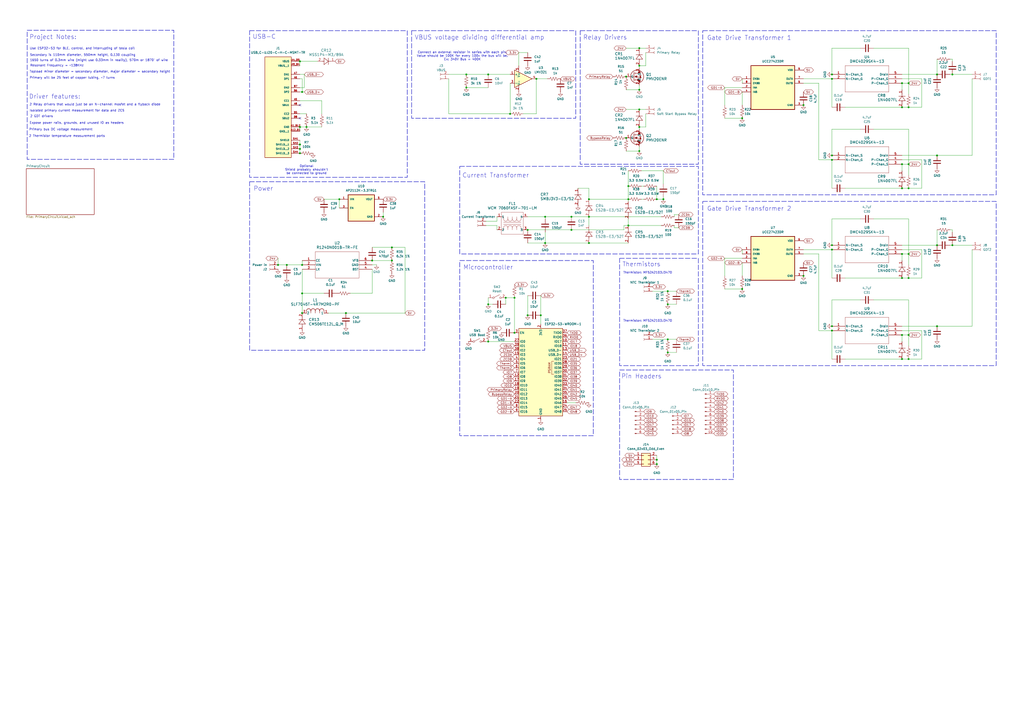
<source format=kicad_sch>
(kicad_sch (version 20250114) (generator "eeschema") (generator_version "9.0")
  (paper "A2")
  (title_block (title "Musical DRSS Tesla Coil") (date "8/3/2025") (rev "REV1"))
  (lib_symbols
    (symbol "1N4007FL:1N4007FL" (pin_names (offset 0.254))
      (property "Reference" "CR" (at 5.08 4.445 0))
      (property "Value" "1N4007FL" (at 5.08 -3.81 0))
      (symbol "1N4007FL_1_1"
        (pin unspecified line (at 0 0 0) (length 2.54) (name "") (number "2"))
        (pin unspecified line (at 10.16 0 180) (length 2.54) (name "") (number "1"))
      )
      (symbol "1N4007FL_1_2"
        (pin unspecified line (at 0 10.16 270) (length 2.54) (name "") (number "1"))
        (pin unspecified line (at 0 0 90) (length 2.54) (name "") (number "2"))
      )
    )
    (symbol "AP2112K-3.3TRG1:AP2112K-3.3TRG1" (pin_names (offset 1.016))
      (property "Reference" "U" (at -7.663 8.6476 0))
      (property "Value" "AP2112K-3.3TRG1" (at -7.6489 -11.6507 0))
      (symbol "AP2112K-3.3TRG1_0_0"
        (pin power_in line (at -12.7 5.08 0) (length 5.08) (name "VIN") (number "1"))
        (pin input line (at -12.7 0 0) (length 5.08) (name "EN") (number "3"))
        (pin power_in line (at 12.7 5.08 180) (length 5.08) (name "VOUT") (number "5"))
        (pin power_in line (at 12.7 -5.08 180) (length 5.08) (name "GND") (number "2"))
      )
    )
    (symbol "Amplifier_Operational:LMV321" (pin_names (offset 0.127))
      (property "Reference" "U" (at 0 5.08 0))
      (property "Value" "LMV321" (at 0 -5.08 0))
      (symbol "LMV321_0_1"
        (pin power_in line (at -2.54 7.62 270) (length 3.81) (name "V+") (number "5"))
        (pin power_in line (at -2.54 -7.62 90) (length 3.81) (name "V-") (number "2"))
      )
      (symbol "LMV321_1_1"
        (pin input line (at -7.62 2.54 0) (length 2.54) (name "+") (number "1"))
        (pin input line (at -7.62 -2.54 0) (length 2.54) (name "-") (number "3"))
        (pin output line (at 7.62 0 180) (length 2.54) (name "~") (number "4"))
      )
    )
    (symbol "CMS06_TE12L_Q_M_:CMS06TE12L_Q_M" (pin_names (offset 0.254))
      (property "Reference" "CR" (at 5.08 4.445 0))
      (property "Value" "CMS06TE12L_Q_M" (at 5.08 -3.81 0))
      (symbol "CMS06TE12L_Q_M_1_1"
        (pin unspecified line (at 0 0 0) (length 2.54) (name "") (number "2"))
        (pin unspecified line (at 10.16 0 180) (length 2.54) (name "") (number "1"))
      )
      (symbol "CMS06TE12L_Q_M_1_2"
        (pin unspecified line (at 0 10.16 270) (length 2.54) (name "") (number "1"))
        (pin unspecified line (at 0 0 90) (length 2.54) (name "") (number "2"))
      )
    )
    (symbol "Connector:Conn_01x02_Socket" (pin_names (offset 1.016) (hide yes))
      (property "Reference" "J" (at 0 2.54 0))
      (property "Value" "Conn_01x02_Socket" (at 0 -5.08 0))
      (symbol "Conn_01x02_Socket_1_1"
        (pin passive line (at -5.08 0 0) (length 3.81) (name "Pin_1") (number "1"))
        (pin passive line (at -5.08 -2.54 0) (length 3.81) (name "Pin_2") (number "2"))
      )
    )
    (symbol "Connector:Conn_01x05_Pin" (pin_names (offset 1.016) (hide yes))
      (property "Reference" "J" (at 0 7.62 0))
      (property "Value" "Conn_01x05_Pin" (at 0 -7.62 0))
      (symbol "Conn_01x05_Pin_1_1"
        (pin passive line (at 5.08 5.08 180) (length 3.81) (name "Pin_1") (number "1"))
        (pin passive line (at 5.08 2.54 180) (length 3.81) (name "Pin_2") (number "2"))
        (pin passive line (at 5.08 0 180) (length 3.81) (name "Pin_3") (number "3"))
        (pin passive line (at 5.08 -2.54 180) (length 3.81) (name "Pin_4") (number "4"))
        (pin passive line (at 5.08 -5.08 180) (length 3.81) (name "Pin_5") (number "5"))
      )
    )
    (symbol "Connector:Conn_01x06_Pin" (pin_names (offset 1.016) (hide yes))
      (property "Reference" "J" (at 0 7.62 0))
      (property "Value" "Conn_01x06_Pin" (at 0 -10.16 0))
      (symbol "Conn_01x06_Pin_1_1"
        (pin passive line (at 5.08 5.08 180) (length 3.81) (name "Pin_1") (number "1"))
        (pin passive line (at 5.08 2.54 180) (length 3.81) (name "Pin_2") (number "2"))
        (pin passive line (at 5.08 0 180) (length 3.81) (name "Pin_3") (number "3"))
        (pin passive line (at 5.08 -2.54 180) (length 3.81) (name "Pin_4") (number "4"))
        (pin passive line (at 5.08 -5.08 180) (length 3.81) (name "Pin_5") (number "5"))
        (pin passive line (at 5.08 -7.62 180) (length 3.81) (name "Pin_6") (number "6"))
      )
    )
    (symbol "Connector:Conn_01x10_Pin" (pin_names (offset 1.016) (hide yes))
      (property "Reference" "J" (at 0 12.7 0))
      (property "Value" "Conn_01x10_Pin" (at 0 -15.24 0))
      (symbol "Conn_01x10_Pin_1_1"
        (pin passive line (at 5.08 10.16 180) (length 3.81) (name "Pin_1") (number "1"))
        (pin passive line (at 5.08 7.62 180) (length 3.81) (name "Pin_2") (number "2"))
        (pin passive line (at 5.08 5.08 180) (length 3.81) (name "Pin_3") (number "3"))
        (pin passive line (at 5.08 2.54 180) (length 3.81) (name "Pin_4") (number "4"))
        (pin passive line (at 5.08 0 180) (length 3.81) (name "Pin_5") (number "5"))
        (pin passive line (at 5.08 -2.54 180) (length 3.81) (name "Pin_6") (number "6"))
        (pin passive line (at 5.08 -5.08 180) (length 3.81) (name "Pin_7") (number "7"))
        (pin passive line (at 5.08 -7.62 180) (length 3.81) (name "Pin_8") (number "8"))
        (pin passive line (at 5.08 -10.16 180) (length 3.81) (name "Pin_9") (number "9"))
        (pin passive line (at 5.08 -12.7 180) (length 3.81) (name "Pin_10") (number "10"))
      )
    )
    (symbol "Connector_Generic:Conn_02x03_Odd_Even" (pin_names (offset 1.016) (hide yes))
      (property "Reference" "J" (at 1.27 5.08 0))
      (property "Value" "Conn_02x03_Odd_Even" (at 1.27 -5.08 0))
      (symbol "Conn_02x03_Odd_Even_1_1"
        (pin passive line (at -5.08 2.54 0) (length 3.81) (name "Pin_1") (number "1"))
        (pin passive line (at -5.08 0 0) (length 3.81) (name "Pin_3") (number "3"))
        (pin passive line (at -5.08 -2.54 0) (length 3.81) (name "Pin_5") (number "5"))
        (pin passive line (at 7.62 2.54 180) (length 3.81) (name "Pin_2") (number "2"))
        (pin passive line (at 7.62 0 180) (length 3.81) (name "Pin_4") (number "4"))
        (pin passive line (at 7.62 -2.54 180) (length 3.81) (name "Pin_6") (number "6"))
      )
    )
    (symbol "DMC4029SK4_13:DMC4029SK4-13" (pin_names (offset 0.254))
      (property "Reference" "U" (at 20.32 10.16 0))
      (property "Value" "DMC4029SK4-13" (at 20.32 7.62 0))
      (symbol "DMC4029SK4-13_1_1"
        (pin bidirectional line (at 0 0 0) (length 7.62) (name "N-Chan_S") (number "1"))
        (pin input line (at 0 -2.54 0) (length 7.62) (name "N-Chan_G") (number "2"))
        (pin bidirectional line (at 40.64 0 180) (length 7.62) (name "Drain") (number "5"))
        (pin input line (at 40.64 -2.54 180) (length 7.62) (name "P-Chan_G") (number "4"))
        (pin bidirectional line (at 40.64 -5.08 180) (length 7.62) (name "P-Chan_S") (number "3"))
      )
    )
    (symbol "Device:C" (pin_numbers (hide yes)) (pin_names (offset 0.254))
      (property "Reference" "C" (at 0.635 2.54 0))
      (property "Value" "C" (at 0.635 -2.54 0))
      (symbol "C_1_1"
        (pin passive line (at 0 3.81 270) (length 2.794) (name "~") (number "1"))
        (pin passive line (at 0 -3.81 90) (length 2.794) (name "~") (number "2"))
      )
    )
    (symbol "Device:R_US" (pin_numbers (hide yes)) (pin_names (offset 0))
      (property "Reference" "R" (at 2.54 0 90))
      (property "Value" "R_US" (at -2.54 0 90))
      (symbol "R_US_1_1"
        (pin passive line (at 0 3.81 270) (length 1.27) (name "~") (number "1"))
        (pin passive line (at 0 -3.81 90) (length 1.27) (name "~") (number "2"))
      )
    )
    (symbol "ES2B_E3_52T:ES2B-E3_52T" (pin_names (offset 0.254))
      (property "Reference" "CR" (at 5.08 4.445 0))
      (property "Value" "ES2B-E3/52T" (at 5.08 -3.81 0))
      (symbol "ES2B-E3_52T_1_1"
        (pin unspecified line (at 0 0 0) (length 2.54) (name "") (number "2"))
        (pin unspecified line (at 10.16 0 180) (length 2.54) (name "") (number "1"))
      )
      (symbol "ES2B-E3_52T_1_2"
        (pin unspecified line (at 0 10.16 270) (length 2.54) (name "") (number "1"))
        (pin unspecified line (at 0 0 90) (length 2.54) (name "") (number "2"))
      )
    )
    (symbol "GND_1" (power) (pin_numbers (hide yes)) (pin_names (offset 0) (hide yes))
      (property "Value" "GND" (at 0 -3.81 0))
      (symbol "GND_1_1_1"
        (pin power_in line (at 0 0 270) (length 0) (name "~") (number "1"))
      )
    )
    (symbol "MSS1P4_M3_89A:MSS1P4-M3_89A" (pin_names (offset 0.254))
      (property "Reference" "CR" (at 5.08 4.445 0))
      (property "Value" "MSS1P4-M3/89A" (at 5.08 -3.81 0))
      (symbol "MSS1P4-M3_89A_1_1"
        (pin unspecified line (at 0 0 0) (length 2.54) (name "") (number "2"))
        (pin unspecified line (at 10.16 0 180) (length 2.54) (name "") (number "1"))
      )
      (symbol "MSS1P4-M3_89A_1_2"
        (pin unspecified line (at 0 10.16 270) (length 2.54) (name "") (number "1"))
        (pin unspecified line (at 0 0 90) (length 2.54) (name "") (number "2"))
      )
    )
    (symbol "PMV20ENR:PMV20ENR" (pin_names (offset 0.254))
      (property "Reference" "Q" (at 11.43 1.905 0))
      (property "Value" "PMV20ENR" (at 11.43 -2.54 0))
      (symbol "PMV20ENR_0_1"
        (pin unspecified line (at 0 0 0) (length 2.54) (name "G") (number "1"))
        (pin unspecified line (at 7.62 5.08 270) (length 2.54) (name "D") (number "3"))
        (pin unspecified line (at 7.62 -5.08 90) (length 2.54) (name "S") (number "2"))
      )
    )
    (symbol "R1240N001B_TR_FE:R1240N001B-TR-FE" (pin_names (offset 0.254))
      (property "Reference" "U" (at 20.32 10.16 0))
      (property "Value" "R1240N001B-TR-FE" (at 20.32 7.62 0))
      (symbol "R1240N001B-TR-FE_0_1"
        (pin input line (at 0 0 0) (length 7.62) (name "CE") (number "1"))
        (pin power_in line (at 0 -2.54 0) (length 7.62) (name "VIN") (number "2"))
        (pin power_in line (at 0 -5.08 0) (length 7.62) (name "LX") (number "3"))
        (pin input line (at 40.64 0 180) (length 7.62) (name "VFB") (number "6"))
        (pin power_out line (at 40.64 -2.54 180) (length 7.62) (name "GND") (number "5"))
        (pin power_in line (at 40.64 -5.08 180) (length 7.62) (name "BST") (number "4"))
      )
    )
    (symbol "RF_Module:ESP32-S3-WROOM-1"
      (property "Reference" "U" (at -12.7 26.67 0))
      (property "Value" "ESP32-S3-WROOM-1" (at 12.7 26.67 0))
      (symbol "ESP32-S3-WROOM-1_0_0"
        (text "PSRAM" (at 5.08 2.54 900) (effects (font (size 1.27 1.27))))
      )
      (symbol "ESP32-S3-WROOM-1_1_1"
        (pin input line (at -15.24 22.86 0) (length 2.54) (name "EN") (number "3"))
        (pin bidirectional line (at -15.24 17.78 0) (length 2.54) (name "IO0") (number "27"))
        (pin bidirectional line (at -15.24 15.24 0) (length 2.54) (name "IO1") (number "39"))
        (pin bidirectional line (at -15.24 12.7 0) (length 2.54) (name "IO2") (number "38"))
        (pin bidirectional line (at -15.24 10.16 0) (length 2.54) (name "IO3") (number "15"))
        (pin bidirectional line (at -15.24 7.62 0) (length 2.54) (name "IO4") (number "4"))
        (pin bidirectional line (at -15.24 5.08 0) (length 2.54) (name "IO5") (number "5"))
        (pin bidirectional line (at -15.24 2.54 0) (length 2.54) (name "IO6") (number "6"))
        (pin bidirectional line (at -15.24 0 0) (length 2.54) (name "IO7") (number "7"))
        (pin bidirectional line (at -15.24 -2.54 0) (length 2.54) (name "IO8") (number "12"))
        (pin bidirectional line (at -15.24 -5.08 0) (length 2.54) (name "IO9") (number "17"))
        (pin bidirectional line (at -15.24 -7.62 0) (length 2.54) (name "IO10") (number "18"))
        (pin bidirectional line (at -15.24 -10.16 0) (length 2.54) (name "IO11") (number "19"))
        (pin bidirectional line (at -15.24 -12.7 0) (length 2.54) (name "IO12") (number "20"))
        (pin bidirectional line (at -15.24 -15.24 0) (length 2.54) (name "IO13") (number "21"))
        (pin bidirectional line (at -15.24 -17.78 0) (length 2.54) (name "IO14") (number "22"))
        (pin bidirectional line (at -15.24 -20.32 0) (length 2.54) (name "IO15") (number "8"))
        (pin bidirectional line (at -15.24 -22.86 0) (length 2.54) (name "IO16") (number "9"))
        (pin power_in line (at 0 27.94 270) (length 2.54) (name "3V3") (number "2"))
        (pin power_in line (at 0 -27.94 90) (length 2.54) (name "GND") (number "1"))
        (pin passive line (at 0 -27.94 90) (length 2.54) (hide yes) (name "GND") (number "40"))
        (pin passive line (at 0 -27.94 90) (length 2.54) (hide yes) (name "GND") (number "41"))
        (pin bidirectional line (at 15.24 22.86 180) (length 2.54) (name "TXD0") (number "37"))
        (pin bidirectional line (at 15.24 20.32 180) (length 2.54) (name "RXD0") (number "36"))
        (pin bidirectional line (at 15.24 17.78 180) (length 2.54) (name "IO17") (number "10"))
        (pin bidirectional line (at 15.24 15.24 180) (length 2.54) (name "IO18") (number "11"))
        (pin bidirectional line (at 15.24 12.7 180) (length 2.54) (name "USB_D-") (number "13"))
        (pin bidirectional line (at 15.24 10.16 180) (length 2.54) (name "USB_D+") (number "14"))
        (pin bidirectional line (at 15.24 7.62 180) (length 2.54) (name "IO21") (number "23"))
        (pin bidirectional line (at 15.24 5.08 180) (length 2.54) (name "IO35") (number "28"))
        (pin bidirectional line (at 15.24 2.54 180) (length 2.54) (name "IO36") (number "29"))
        (pin bidirectional line (at 15.24 0 180) (length 2.54) (name "IO37") (number "30"))
        (pin bidirectional line (at 15.24 -2.54 180) (length 2.54) (name "IO38") (number "31"))
        (pin bidirectional line (at 15.24 -5.08 180) (length 2.54) (name "IO39") (number "32"))
        (pin bidirectional line (at 15.24 -7.62 180) (length 2.54) (name "IO40") (number "33"))
        (pin bidirectional line (at 15.24 -10.16 180) (length 2.54) (name "IO41") (number "34"))
        (pin bidirectional line (at 15.24 -12.7 180) (length 2.54) (name "IO42") (number "35"))
        (pin bidirectional line (at 15.24 -15.24 180) (length 2.54) (name "IO45") (number "26"))
        (pin bidirectional line (at 15.24 -17.78 180) (length 2.54) (name "IO46") (number "16"))
        (pin bidirectional line (at 15.24 -20.32 180) (length 2.54) (name "IO47") (number "24"))
        (pin bidirectional line (at 15.24 -22.86 180) (length 2.54) (name "IO48") (number "25"))
      )
    )
    (symbol "SLF7045T_4R7M2R0_PF:SLF7045T-4R7M2R0-PF" (pin_names (offset 0.254))
      (property "Reference" "L" (at 6.985 5.08 0))
      (property "Value" "SLF7045T-4R7M2R0-PF" (at 6.985 -2.54 0))
      (symbol "SLF7045T-4R7M2R0-PF_1_1"
        (pin unspecified line (at 0 0 0) (length 2.54) (name "2") (number "2"))
        (pin unspecified line (at 15.24 0 180) (length 2.54) (name "1") (number "1"))
      )
      (symbol "SLF7045T-4R7M2R0-PF_1_2"
        (pin unspecified line (at 0 15.24 270) (length 2.54) (name "1") (number "1"))
        (pin unspecified line (at 0 0 90) (length 2.54) (name "2") (number "2"))
      )
    )
    (symbol "SMBJ3V3_E3_52:SMBJ3V3-E3_52" (pin_names (offset 0.254))
      (property "Reference" "CR" (at 5.08 4.445 0))
      (property "Value" "SMBJ3V3-E3/52" (at 5.08 -3.81 0))
      (symbol "SMBJ3V3-E3_52_1_1"
        (pin unspecified line (at 0 0 0) (length 2.54) (name "") (number "2"))
        (pin unspecified line (at 10.16 0 180) (length 2.54) (name "") (number "1"))
      )
      (symbol "SMBJ3V3-E3_52_1_2"
        (pin unspecified line (at 0 10.16 270) (length 2.54) (name "") (number "1"))
        (pin unspecified line (at 0 0 90) (length 2.54) (name "") (number "2"))
      )
    )
    (symbol "Switch:SW_SPST" (pin_names (offset 0) (hide yes))
      (property "Reference" "SW" (at 0 3.175 0))
      (property "Value" "SW_SPST" (at 0 -2.54 0))
      (symbol "SW_SPST_1_1"
        (pin passive line (at -5.08 0 0) (length 2.54) (name "A") (number "1"))
        (pin passive line (at 5.08 0 180) (length 2.54) (name "B") (number "2"))
      )
    )
    (symbol "UCC27423DR:UCC27423DR" (pin_names (offset 1.016))
      (property "Reference" "U" (at -12.7 13.7 0))
      (property "Value" "UCC27423DR" (at -12.7 -16.7 0))
      (symbol "UCC27423DR_0_0"
        (pin input line (at -17.78 5.08 0) (length 5.08) (name "ENBA") (number "1"))
        (pin input line (at -17.78 2.54 0) (length 5.08) (name "ENBB") (number "8"))
        (pin input line (at -17.78 0 0) (length 5.08) (name "INA") (number "2"))
        (pin input line (at -17.78 -2.54 0) (length 5.08) (name "INB") (number "4"))
        (pin power_in line (at 17.78 10.16 180) (length 5.08) (name "VDD") (number "6"))
        (pin output line (at 17.78 5.08 180) (length 5.08) (name "OUTA") (number "7"))
        (pin output line (at 17.78 2.54 180) (length 5.08) (name "OUTB") (number "5"))
        (pin power_in line (at 17.78 -10.16 180) (length 5.08) (name "GND") (number "3"))
      )
    )
    (symbol "UJ20-C-H-C-MSMT-TR:USB_C-UJ20-C-H-C-MSMT-TR" (pin_names (offset 1.016))
      (property "Reference" "J" (at -7.62 23.622 0))
      (property "Value" "USB_C-UJ20-C-H-C-MSMT-TR" (at -7.62 -38.1 0))
      (symbol "USB_C-UJ20-C-H-C-MSMT-TR_0_0"
        (pin passive line (at 12.7 20.32 180) (length 5.08) (name "VBUS") (number "A4_B9"))
        (pin passive line (at 12.7 17.78 180) (length 5.08) (name "VBUS__1") (number "A9_B4"))
        (pin passive line (at 12.7 12.7 180) (length 5.08) (name "DN1") (number "A7"))
        (pin passive line (at 12.7 10.16 180) (length 5.08) (name "DP1") (number "A6"))
        (pin passive line (at 12.7 5.08 180) (length 5.08) (name "DN2") (number "B7"))
        (pin passive line (at 12.7 2.54 180) (length 5.08) (name "DP2") (number "B6"))
        (pin passive line (at 12.7 -2.54 180) (length 5.08) (name "CC1") (number "A5"))
        (pin passive line (at 12.7 -5.08 180) (length 5.08) (name "SBU1") (number "A8"))
        (pin passive line (at 12.7 -10.16 180) (length 5.08) (name "CC2") (number "B5"))
        (pin passive line (at 12.7 -12.7 180) (length 5.08) (name "SBU2") (number "B8"))
        (pin passive line (at 12.7 -17.78 180) (length 5.08) (name "GND") (number "A1_B12"))
        (pin passive line (at 12.7 -20.32 180) (length 5.08) (name "GND__1") (number "A12_B1"))
        (pin passive line (at 12.7 -25.4 180) (length 5.08) (name "SHIELD") (number "SH1"))
        (pin passive line (at 12.7 -27.94 180) (length 5.08) (name "SHIELD__1") (number "SH2"))
        (pin passive line (at 12.7 -30.48 180) (length 5.08) (name "SHIELD__2") (number "SH3"))
        (pin passive line (at 12.7 -33.02 180) (length 5.08) (name "SHIELD__3") (number "SH4"))
      )
    )
    (symbol "WCM_7060FASF_701_LM:WCM_7060FASF-701-LM" (pin_names (offset 0.254))
      (property "Reference" "FL" (at 10.16 5.08 0))
      (property "Value" "WCM 7060FASF-701-LM" (at 10.16 -12.7 0))
      (symbol "WCM_7060FASF-701-LM_0_1"
        (pin unspecified line (at 0 0 0) (length 2.54) (name "1") (number "1"))
        (pin unspecified line (at 0 -7.62 0) (length 2.54) (name "2") (number "2"))
        (pin unspecified line (at 17.78 0 180) (length 2.54) (name "4") (number "4"))
        (pin unspecified line (at 17.78 -7.62 180) (length 2.54) (name "3") (number "3"))
      )
    )
    (symbol "power:GND" (power) (pin_names (offset 0))
      (property "Value" "GND" (at 0 -3.81 0))
      (symbol "GND_1_1"
        (pin power_in line (at 0 0 270) (length 0) (hide yes) (name "GND") (number "1"))
      )
    )
  )
  (rectangle (start 407.67 17.78) (end 577.85 113.03) (stroke (width 0.254) (type dash)))
  (rectangle (start 15.748 17.526) (end 100.838 92.456) (stroke (width 0.254) (type dash)))
  (rectangle (start 359.41 149.86) (end 405.13 212.09) (stroke (width 0.254) (type dash)))
  (rectangle (start 238.76 17.78) (end 334.01 68.58) (stroke (width 0.254) (type dash)))
  (rectangle (start 266.7 151.13) (end 344.17 252.73) (stroke (width 0.254) (type dash)))
  (rectangle (start 407.67 116.84) (end 577.85 212.09) (stroke (width 0.254) (type dash)))
  (rectangle (start 266.7 96.52) (end 405.13 147.32) (stroke (width 0.254) (type dash)))
  (rectangle (start 359.41 214.63) (end 425.45 278.13) (stroke (width 0.254) (type dash)))
  (rectangle (start 144.78 17.78) (end 236.22 102.87) (stroke (width 0.254) (type dash)))
  (rectangle (start 336.55 17.78) (end 405.13 95.25) (stroke (width 0.254) (type dash)))
  (rectangle (start 144.78 105.41) (end 246.38 203.2) (stroke (width 0.254) (type dash)))
  (text "Connect an external resistor in series with each pin.\nValue should be 100K for every 100v the bus will be.\nEx: 340V Bus = 400K" (at 268.224 32.512 0) (effects (font (size 1.27 1.27))))
  (text "Gate Drive Transformer 2" (at 434.594 121.158 0) (effects (font (size 2.54 2.54))))
  (text "Topload minor diameter = secondary diameter, major diameter = secondary height" (at 57.912 41.656 0) (effects (font (size 1.27 1.27))))
  (text "Thermistors" (at 372.11 153.416 0) (effects (font (size 2.54 2.54))))
  (text "Project Notes:" (at 30.734 21.59 0) (effects (font (size 2.54 2.54))))
  (text "Relay Drivers" (at 351.028 21.844 0) (effects (font (size 2.54 2.54))))
  (text "Driver features:" (at 31.75 56.134 0) (effects (font (size 2.54 2.54))))
  (text "Expose power rails, grounds, and unused IO as headers" (at 44.45 71.374 0) (effects (font (size 1.27 1.27))))
  (text "2 Relay drivers that would just be an N-channel mosfet and a flyback diode" (at 55.118 60.706 0) (effects (font (size 1.27 1.27))))
  (text "VBUS voltage dividing differential amp" (at 278.13 21.844 0) (effects (font (size 2.54 2.54))))
  (text "Pin Headers" (at 372.11 218.44 0) (effects (font (size 2.54 2.54))))
  (text "Isolated primary current measurement for data and ZCS" (at 44.704 64.262 0) (effects (font (size 1.27 1.27))))
  (text "Primary will be 25 feet of copper tubing, ~7 turns" (at 41.91 45.212 0) (effects (font (size 1.27 1.27))))
  (text "2 Thermistor temperature measurement ports" (at 38.862 78.994 0) (effects (font (size 1.27 1.27))))
  (text "Resonant Frequency = ~138KHz" (at 33.02 38.1 0) (effects (font (size 1.27 1.27))))
  (text "Secondary is 110mm diameter, 550mm height, 0.130 coupling" (at 48.006 32.004 0) (effects (font (size 1.27 1.27))))
  (text "Thermistor: MF52A2103J3470" (at 375.666 158.242 0) (effects (font (size 1.27 1.27))))
  (text "Power" (at 147.066 110.998 0) (effects (font (size 2.54 2.54)) (justify left bottom)))
  (text "Primary bus DC voltage measurement" (at 35.306 75.184 0) (effects (font (size 1.27 1.27))))
  (text "Optional\nShield probably shouldn't\nbe connected to ground" (at 177.8 98.552 0) (effects (font (size 1.27 1.27))))
  (text "Gate Drive Transformer 1" (at 434.594 22.098 0) (effects (font (size 2.54 2.54))))
  (text "Thermistor: MF52A2103J3470" (at 375.666 186.182 0) (effects (font (size 1.27 1.27))))
  (text "Microcontroller" (at 268.732 156.718 0) (effects (font (size 2.54 2.54)) (justify left bottom)))
  (text "Current Transformer" (at 287.528 101.854 0) (effects (font (size 2.54 2.54))))
  (text "2 GDT drivers" (at 24.13 67.564 0) (effects (font (size 1.27 1.27))))
  (text "USB-C\n" (at 146.558 22.86 0) (effects (font (size 2.54 2.54)) (justify left bottom)))
  (text "Use ESP32-S3 for BLE, control, and interrupting of tesla coil\n" (at 47.752 28.194 0) (effects (font (size 1.27 1.27))))
  (text "1650 turns of 0.3mm wire (might use 0.33mm in reality), 570m or 1870' of wire\n" (at 57.404 35.052 0) (effects (font (size 1.27 1.27))))
  (junction (at 527.05 161.29))
  (junction (at 175.26 53.34))
  (junction (at 527.05 208.28))
  (junction (at 222.25 125.73))
  (junction (at 175.26 181.61))
  (junction (at 175.26 153.67))
  (junction (at 364.49 130.81))
  (junction (at 482.6 142.24))
  (junction (at 363.22 80.01))
  (junction (at 370.84 63.5))
  (junction (at 341.63 140.97))
  (junction (at 313.69 182.88))
  (junction (at 523.24 62.23))
  (junction (at 543.56 90.17))
  (junction (at 381 115.57))
  (junction (at 364.49 107.95))
  (junction (at 527.05 109.22))
  (junction (at 215.9 151.13))
  (junction (at 173.99 83.82))
  (junction (at 466.09 60.96))
  (junction (at 381 269.24))
  (junction (at 298.45 193.04))
  (junction (at 316.23 125.73))
  (junction (at 177.8 73.66))
  (junction (at 196.85 115.57))
  (junction (at 283.21 198.12))
  (junction (at 527.05 147.32))
  (junction (at 543.56 142.24))
  (junction (at 523.24 161.29))
  (junction (at 523.24 95.25))
  (junction (at 295.91 66.04))
  (junction (at 543.56 43.18))
  (junction (at 293.37 172.72))
  (junction (at 370.84 73.66))
  (junction (at 166.37 153.67))
  (junction (at 482.6 189.23))
  (junction (at 331.47 125.73))
  (junction (at 482.6 43.18))
  (junction (at 370.84 38.1))
  (junction (at 482.6 45.72))
  (junction (at 430.53 68.58))
  (junction (at 270.51 43.18))
  (junction (at 387.35 196.85))
  (junction (at 387.35 204.47))
  (junction (at 161.29 153.67))
  (junction (at 306.07 133.35))
  (junction (at 387.35 176.53))
  (junction (at 523.24 48.26))
  (junction (at 370.84 27.94))
  (junction (at 527.05 62.23))
  (junction (at 341.63 115.57))
  (junction (at 482.6 90.17))
  (junction (at 298.45 172.72))
  (junction (at 523.24 208.28))
  (junction (at 331.47 133.35))
  (junction (at 527.05 48.26))
  (junction (at 227.33 143.51))
  (junction (at 527.05 194.31))
  (junction (at 552.45 142.24))
  (junction (at 527.05 95.25))
  (junction (at 387.35 168.91))
  (junction (at 543.56 189.23))
  (junction (at 482.6 92.71))
  (junction (at 270.51 50.8))
  (junction (at 311.15 45.72))
  (junction (at 370.84 52.07))
  (junction (at 283.21 176.53))
  (junction (at 430.53 167.64))
  (junction (at 173.99 88.9))
  (junction (at 384.81 115.57))
  (junction (at 283.21 43.18))
  (junction (at 381 266.7))
  (junction (at 341.63 125.73))
  (junction (at 227.33 151.13))
  (junction (at 552.45 43.18))
  (junction (at 316.23 140.97))
  (junction (at 173.99 35.56))
  (junction (at 523.24 147.32))
  (junction (at 364.49 115.57))
  (junction (at 482.6 191.77))
  (junction (at 482.6 144.78))
  (junction (at 363.22 44.45))
  (junction (at 200.66 181.61))
  (junction (at 523.24 194.31))
  (junction (at 466.09 160.02))
  (junction (at 523.24 109.22))
  (junction (at 175.26 170.18))
  (junction (at 370.84 87.63))
  (junction (at 173.99 86.36))
  (junction (at 306.07 182.88))
  (junction (at 173.99 73.66))
  (no_connect (at 173.99 60.96))
  (no_connect (at 173.99 68.58))
  (wire (pts (xy 490.22 62.23) (xy 523.24 62.23)))
  (wire (pts (xy 331.47 133.35) (xy 361.95 133.35)))
  (wire (pts (xy 527.05 48.26) (xy 523.24 48.26)))
  (wire (pts (xy 543.56 90.17) (xy 563.88 90.17)))
  (wire (pts (xy 370.84 87.63) (xy 370.84 85.09)))
  (wire (pts (xy 506.73 74.93) (xy 527.05 74.93)))
  (wire (pts (xy 173.99 86.36) (xy 173.99 88.9)))
  (wire (pts (xy 384.81 115.57) (xy 384.81 114.3)))
  (wire (pts (xy 374.65 30.48) (xy 374.65 38.1)))
  (wire (pts (xy 306.07 140.97) (xy 316.23 140.97)))
  (wire (pts (xy 363.22 63.5) (xy 370.84 63.5)))
  (wire (pts (xy 381 115.57) (xy 384.81 115.57)))
  (wire (pts (xy 161.29 153.67) (xy 166.37 153.67)))
  (wire (pts (xy 364.49 115.57) (xy 364.49 116.84)))
  (wire (pts (xy 420.37 167.64) (xy 430.53 167.64)))
  (wire (pts (xy 161.29 149.86) (xy 161.29 153.67)))
  (wire (pts (xy 482.6 74.93) (xy 482.6 90.17)))
  (wire (pts (xy 387.35 176.53) (xy 392.43 176.53)))
  (wire (pts (xy 222.25 123.19) (xy 222.25 125.73)))
  (wire (pts (xy 260.35 45.72) (xy 260.35 66.04)))
  (wire (pts (xy 187.96 170.18) (xy 175.26 170.18)))
  (wire (pts (xy 420.37 149.86) (xy 430.53 149.86)))
  (wire (pts (xy 543.56 189.23) (xy 523.24 189.23)))
  (wire (pts (xy 341.63 125.73) (xy 341.63 130.81)))
  (wire (pts (xy 552.45 43.18) (xy 563.88 43.18)))
  (wire (pts (xy 173.99 81.28) (xy 173.99 83.82)))
  (wire (pts (xy 527.05 95.25) (xy 527.05 74.93)))
  (wire (pts (xy 482.6 127) (xy 482.6 142.24)))
  (wire (pts (xy 173.99 58.42) (xy 186.69 58.42)))
  (wire (pts (xy 523.24 198.12) (xy 523.24 194.31)))
  (wire (pts (xy 372.11 107.95) (xy 373.38 107.95)))
  (wire (pts (xy 482.6 173.99) (xy 482.6 189.23)))
  (wire (pts (xy 288.29 125.73) (xy 288.29 128.27)))
  (wire (pts (xy 295.91 48.26) (xy 295.91 66.04)))
  (wire (pts (xy 552.45 142.24) (xy 563.88 142.24)))
  (wire (pts (xy 303.53 66.04) (xy 311.15 66.04)))
  (wire (pts (xy 186.69 58.42) (xy 186.69 66.04)))
  (wire (pts (xy 215.9 156.21) (xy 215.9 170.18)))
  (wire (pts (xy 173.99 43.18) (xy 176.53 43.18)))
  (wire (pts (xy 341.63 140.97) (xy 364.49 140.97)))
  (wire (pts (xy 430.53 60.96) (xy 430.53 53.34)))
  (wire (pts (xy 391.16 132.08) (xy 393.7 132.08)))
  (wire (pts (xy 420.37 50.8) (xy 420.37 60.96)))
  (wire (pts (xy 215.9 143.51) (xy 227.33 143.51)))
  (wire (pts (xy 293.37 172.72) (xy 298.45 172.72)))
  (wire (pts (xy 527.05 194.31) (xy 523.24 194.31)))
  (wire (pts (xy 298.45 172.72) (xy 298.45 193.04)))
  (wire (pts (xy 306.07 133.35) (xy 331.47 133.35)))
  (wire (pts (xy 552.45 134.62) (xy 552.45 133.35)))
  (wire (pts (xy 527.05 95.25) (xy 523.24 95.25)))
  (wire (pts (xy 523.24 52.07) (xy 523.24 48.26)))
  (wire (pts (xy 430.53 160.02) (xy 430.53 152.4)))
  (wire (pts (xy 316.23 127) (xy 316.23 125.73)))
  (wire (pts (xy 527.05 95.25) (xy 527.05 101.6)))
  (wire (pts (xy 361.95 130.81) (xy 364.49 130.81)))
  (wire (pts (xy 534.67 92.71) (xy 534.67 109.22)))
  (wire (pts (xy 364.49 107.95) (xy 364.49 115.57)))
  (wire (pts (xy 551.18 133.35) (xy 552.45 133.35)))
  (wire (pts (xy 430.53 45.72) (xy 430.53 48.26)))
  (wire (pts (xy 215.9 153.67) (xy 218.44 153.67)))
  (wire (pts (xy 283.21 172.72) (xy 283.21 176.53)))
  (wire (pts (xy 543.56 142.24) (xy 523.24 142.24)))
  (wire (pts (xy 175.26 151.13) (xy 175.26 153.67)))
  (wire (pts (xy 311.15 45.72) (xy 311.15 66.04)))
  (wire (pts (xy 482.6 45.72) (xy 482.6 62.23)))
  (wire (pts (xy 523.24 109.22) (xy 527.05 109.22)))
  (wire (pts (xy 381 266.7) (xy 381 269.24)))
  (wire (pts (xy 203.2 170.18) (xy 215.9 170.18)))
  (wire (pts (xy 381 264.16) (xy 381 266.7)))
  (wire (pts (xy 474.98 92.71) (xy 474.98 48.26)))
  (wire (pts (xy 288.29 130.81) (xy 288.29 133.35)))
  (wire (pts (xy 316.23 125.73) (xy 331.47 125.73)))
  (wire (pts (xy 372.11 115.57) (xy 373.38 115.57)))
  (wire (pts (xy 527.05 194.31) (xy 527.05 173.99)))
  (wire (pts (xy 499.11 74.93) (xy 482.6 74.93)))
  (wire (pts (xy 370.84 73.66) (xy 370.84 74.93)))
  (wire (pts (xy 527.05 48.26) (xy 527.05 54.61)))
  (wire (pts (xy 527.05 194.31) (xy 527.05 200.66)))
  (wire (pts (xy 482.6 191.77) (xy 474.98 191.77)))
  (wire (pts (xy 234.95 181.61) (xy 234.95 143.51)))
  (wire (pts (xy 482.6 27.94) (xy 482.6 43.18)))
  (wire (pts (xy 466.09 48.26) (xy 474.98 48.26)))
  (wire (pts (xy 527.05 147.32) (xy 527.05 153.67)))
  (wire (pts (xy 335.28 109.22) (xy 341.63 109.22)))
  (wire (pts (xy 391.16 130.81) (xy 391.16 132.08)))
  (wire (pts (xy 173.99 66.04) (xy 177.8 66.04)))
  (wire (pts (xy 260.35 66.04) (xy 295.91 66.04)))
  (wire (pts (xy 527.05 109.22) (xy 534.67 109.22)))
  (wire (pts (xy 499.11 127) (xy 482.6 127)))
  (wire (pts (xy 175.26 53.34) (xy 175.26 45.72)))
  (wire (pts (xy 543.56 133.35) (xy 543.56 142.24)))
  (wire (pts (xy 482.6 92.71) (xy 474.98 92.71)))
  (wire (pts (xy 543.56 90.17) (xy 523.24 90.17)))
  (wire (pts (xy 527.05 62.23) (xy 534.67 62.23)))
  (wire (pts (xy 313.69 171.45) (xy 313.69 182.88)))
  (wire (pts (xy 341.63 115.57) (xy 364.49 115.57)))
  (wire (pts (xy 384.81 99.06) (xy 384.81 106.68)))
  (wire (pts (xy 523.24 151.13) (xy 523.24 147.32)))
  (wire (pts (xy 370.84 52.07) (xy 370.84 49.53)))
  (wire (pts (xy 381 107.95) (xy 381 115.57)))
  (wire (pts (xy 552.45 142.24) (xy 551.18 142.24)))
  (wire (pts (xy 374.65 66.04) (xy 374.65 73.66)))
  (wire (pts (xy 300.99 30.48) (xy 300.99 38.1)))
  (wire (pts (xy 173.99 53.34) (xy 175.26 53.34)))
  (wire (pts (xy 300.99 30.48) (xy 306.07 30.48)))
  (wire (pts (xy 173.99 45.72) (xy 175.26 45.72)))
  (wire (pts (xy 283.21 198.12) (xy 298.45 198.12)))
  (wire (pts (xy 420.37 50.8) (xy 430.53 50.8)))
  (wire (pts (xy 420.37 68.58) (xy 430.53 68.58)))
  (wire (pts (xy 331.47 125.73) (xy 341.63 125.73)))
  (wire (pts (xy 534.67 45.72) (xy 534.67 62.23)))
  (wire (pts (xy 166.37 153.67) (xy 175.26 153.67)))
  (wire (pts (xy 430.53 144.78) (xy 430.53 147.32)))
  (wire (pts (xy 306.07 125.73) (xy 316.23 125.73)))
  (wire (pts (xy 281.94 130.81) (xy 288.29 130.81)))
  (wire (pts (xy 370.84 63.5) (xy 374.65 63.5)))
  (wire (pts (xy 523.24 161.29) (xy 527.05 161.29)))
  (wire (pts (xy 523.24 99.06) (xy 523.24 95.25)))
  (wire (pts (xy 466.09 144.78) (xy 482.6 144.78)))
  (wire (pts (xy 370.84 38.1) (xy 374.65 38.1)))
  (wire (pts (xy 270.51 50.8) (xy 283.21 50.8)))
  (wire (pts (xy 363.22 27.94) (xy 370.84 27.94)))
  (wire (pts (xy 552.45 35.56) (xy 552.45 34.29)))
  (wire (pts (xy 173.99 73.66) (xy 177.8 73.66)))
  (wire (pts (xy 364.49 99.06) (xy 364.49 107.95)))
  (wire (pts (xy 527.05 48.26) (xy 527.05 27.94)))
  (wire (pts (xy 370.84 73.66) (xy 374.65 73.66)))
  (wire (pts (xy 527.05 208.28) (xy 534.67 208.28)))
  (wire (pts (xy 313.69 182.88) (xy 313.69 187.96)))
  (wire (pts (xy 173.99 35.56) (xy 184.15 35.56)))
  (wire (pts (xy 361.95 133.35) (xy 361.95 130.81)))
  (wire (pts (xy 378.46 196.85) (xy 387.35 196.85)))
  (wire (pts (xy 543.56 34.29) (xy 543.56 43.18)))
  (wire (pts (xy 506.73 173.99) (xy 527.05 173.99)))
  (wire (pts (xy 363.22 87.63) (xy 370.84 87.63)))
  (wire (pts (xy 563.88 45.72) (xy 563.88 90.17)))
  (wire (pts (xy 200.66 181.61) (xy 234.95 181.61)))
  (wire (pts (xy 490.22 208.28) (xy 523.24 208.28)))
  (wire (pts (xy 527.05 147.32) (xy 527.05 127)))
  (wire (pts (xy 523.24 144.78) (xy 534.67 144.78)))
  (wire (pts (xy 293.37 172.72) (xy 293.37 176.53)))
  (wire (pts (xy 523.24 191.77) (xy 534.67 191.77)))
  (wire (pts (xy 306.07 171.45) (xy 306.07 182.88)))
  (wire (pts (xy 196.85 115.57) (xy 196.85 120.65)))
  (wire (pts (xy 387.35 196.85) (xy 392.43 196.85)))
  (wire (pts (xy 334.01 233.68) (xy 328.93 233.68)))
  (wire (pts (xy 490.22 161.29) (xy 523.24 161.29)))
  (wire (pts (xy 173.99 73.66) (xy 173.99 76.2)))
  (wire (pts (xy 364.49 127) (xy 364.49 130.81)))
  (wire (pts (xy 341.63 115.57) (xy 341.63 109.22)))
  (wire (pts (xy 341.63 125.73) (xy 383.54 125.73)))
  (wire (pts (xy 281.94 198.12) (xy 283.21 198.12)))
  (wire (pts (xy 285.75 176.53) (xy 283.21 176.53)))
  (wire (pts (xy 372.11 99.06) (xy 384.81 99.06)))
  (wire (pts (xy 363.22 52.07) (xy 370.84 52.07)))
  (wire (pts (xy 176.53 43.18) (xy 176.53 50.8)))
  (wire (pts (xy 190.5 181.61) (xy 200.66 181.61)))
  (wire (pts (xy 370.84 38.1) (xy 370.84 39.37)))
  (wire (pts (xy 283.21 43.18) (xy 295.91 43.18)))
  (wire (pts (xy 175.26 53.34) (xy 176.53 53.34)))
  (wire (pts (xy 177.8 73.66) (xy 186.69 73.66)))
  (wire (pts (xy 173.99 35.56) (xy 173.99 38.1)))
  (wire (pts (xy 260.35 43.18) (xy 270.51 43.18)))
  (wire (pts (xy 175.26 170.18) (xy 175.26 181.61)))
  (wire (pts (xy 543.56 189.23) (xy 563.88 189.23)))
  (wire (pts (xy 482.6 191.77) (xy 482.6 208.28)))
  (wire (pts (xy 187.96 115.57) (xy 196.85 115.57)))
  (wire (pts (xy 523.24 208.28) (xy 527.05 208.28)))
  (wire (pts (xy 482.6 92.71) (xy 482.6 109.22)))
  (wire (pts (xy 534.67 144.78) (xy 534.67 161.29)))
  (wire (pts (xy 281.94 128.27) (xy 288.29 128.27)))
  (wire (pts (xy 466.09 45.72) (xy 482.6 45.72)))
  (wire (pts (xy 364.49 130.81) (xy 383.54 130.81)))
  (wire (pts (xy 227.33 143.51) (xy 234.95 143.51)))
  (wire (pts (xy 316.23 140.97) (xy 341.63 140.97)))
  (wire (pts (xy 173.99 50.8) (xy 176.53 50.8)))
  (wire (pts (xy 523.24 62.23) (xy 527.05 62.23)))
  (wire (pts (xy 387.35 204.47) (xy 392.43 204.47)))
  (wire (pts (xy 387.35 168.91) (xy 392.43 168.91)))
  (wire (pts (xy 482.6 144.78) (xy 482.6 161.29)))
  (wire (pts (xy 543.56 43.18) (xy 523.24 43.18)))
  (wire (pts (xy 175.26 156.21) (xy 175.26 170.18)))
  (wire (pts (xy 552.45 43.18) (xy 551.18 43.18)))
  (wire (pts (xy 527.05 147.32) (xy 523.24 147.32)))
  (wire (pts (xy 466.09 147.32) (xy 474.98 147.32)))
  (wire (pts (xy 499.11 173.99) (xy 482.6 173.99)))
  (wire (pts (xy 316.23 134.62) (xy 316.23 140.97)))
  (wire (pts (xy 215.9 151.13) (xy 227.33 151.13)))
  (wire (pts (xy 391.16 125.73) (xy 391.16 124.46)))
  (wire (pts (xy 173.99 83.82) (xy 173.99 86.36)))
  (wire (pts (xy 563.88 144.78) (xy 563.88 189.23)))
  (wire (pts (xy 506.73 27.94) (xy 527.05 27.94)))
  (wire (pts (xy 506.73 127) (xy 527.05 127)))
  (wire (pts (xy 420.37 149.86) (xy 420.37 160.02)))
  (wire (pts (xy 534.67 191.77) (xy 534.67 208.28)))
  (wire (pts (xy 270.51 43.18) (xy 283.21 43.18)))
  (wire (pts (xy 523.24 92.71) (xy 534.67 92.71)))
  (wire (pts (xy 311.15 45.72) (xy 317.5 45.72)))
  (wire (pts (xy 474.98 191.77) (xy 474.98 147.32)))
  (wire (pts (xy 378.46 168.91) (xy 387.35 168.91)))
  (wire (pts (xy 490.22 109.22) (xy 523.24 109.22)))
  (wire (pts (xy 551.18 34.29) (xy 552.45 34.29)))
  (wire (pts (xy 370.84 27.94) (xy 374.65 27.94)))
  (wire (pts (xy 391.16 124.46) (xy 393.7 124.46)))
  (wire (pts (xy 527.05 161.29) (xy 534.67 161.29)))
  (wire (pts (xy 523.24 45.72) (xy 534.67 45.72)))
  (wire (pts (xy 499.11 27.94) (xy 482.6 27.94)))
  (global_label "IO17" (shape bidirectional) (at 394.97 246.38 0) (property "Intersheetrefs" "${INTERSHEET_REFS}" (effects (hide yes))))
  (global_label "24V" (shape bidirectional) (at 527.05 194.31 0) (property "Intersheetrefs" "${INTERSHEET_REFS}" (effects (hide yes))))
  (global_label "IO8" (shape bidirectional) (at 394.97 251.46 0) (property "Intersheetrefs" "${INTERSHEET_REFS}" (effects (hide yes))))
  (global_label "USB_D+" (shape bidirectional) (at 176.53 53.34 0) (property "Intersheetrefs" "${INTERSHEET_REFS}" (effects (hide yes))))
  (global_label "CTout" (shape bidirectional) (at 298.45 203.2 180) (property "Intersheetrefs" "${INTERSHEET_REFS}" (effects (hide yes))))
  (global_label "GD1-A" (shape bidirectional) (at 420.37 50.8 180) (property "Intersheetrefs" "${INTERSHEET_REFS}" (effects (hide yes))))
  (global_label "5V" (shape bidirectional) (at 430.53 144.78 180) (property "Intersheetrefs" "${INTERSHEET_REFS}" (effects (hide yes))))
  (global_label "GD2-A" (shape bidirectional) (at 298.45 236.22 180) (property "Intersheetrefs" "${INTERSHEET_REFS}" (effects (hide yes))))
  (global_label "IO17" (shape bidirectional) (at 328.93 198.12 0) (property "Intersheetrefs" "${INTERSHEET_REFS}" (effects (hide yes))))
  (global_label "USB_D-" (shape bidirectional) (at 328.93 203.2 0) (property "Intersheetrefs" "${INTERSHEET_REFS}" (effects (hide yes))))
  (global_label "IO39" (shape bidirectional) (at 328.93 220.98 0) (property "Intersheetrefs" "${INTERSHEET_REFS}" (effects (hide yes))))
  (global_label "IO18" (shape bidirectional) (at 394.97 248.92 0) (property "Intersheetrefs" "${INTERSHEET_REFS}" (effects (hide yes))))
  (global_label "24V" (shape bidirectional) (at 161.29 149.86 180) (property "Intersheetrefs" "${INTERSHEET_REFS}" (effects (hide yes))))
  (global_label "24V" (shape bidirectional) (at 527.05 48.26 0) (property "Intersheetrefs" "${INTERSHEET_REFS}" (effects (hide yes))))
  (global_label "TXD0" (shape bidirectional) (at 414.02 228.6 0) (property "Intersheetrefs" "${INTERSHEET_REFS}" (effects (hide yes))))
  (global_label "IO48" (shape bidirectional) (at 328.93 238.76 0) (property "Intersheetrefs" "${INTERSHEET_REFS}" (effects (hide yes))))
  (global_label "RXD0" (shape bidirectional) (at 328.93 195.58 0) (property "Intersheetrefs" "${INTERSHEET_REFS}" (effects (hide yes))))
  (global_label "3.3V" (shape bidirectional) (at 300.99 30.48 180) (property "Intersheetrefs" "${INTERSHEET_REFS}" (effects (hide yes))))
  (global_label "IO42" (shape bidirectional) (at 414.02 233.68 0) (property "Intersheetrefs" "${INTERSHEET_REFS}" (effects (hide yes))))
  (global_label "5V" (shape bidirectional) (at 466.09 40.64 0) (property "Intersheetrefs" "${INTERSHEET_REFS}" (effects (hide yes))))
  (global_label "24V" (shape bidirectional) (at 368.3 269.24 180) (property "Intersheetrefs" "${INTERSHEET_REFS}" (effects (hide yes))))
  (global_label "IO41" (shape bidirectional) (at 328.93 226.06 0) (property "Intersheetrefs" "${INTERSHEET_REFS}" (effects (hide yes))))
  (global_label "3.3V" (shape bidirectional) (at 283.21 190.5 0) (property "Intersheetrefs" "${INTERSHEET_REFS}" (effects (hide yes))))
  (global_label "IO38" (shape bidirectional) (at 328.93 218.44 0) (property "Intersheetrefs" "${INTERSHEET_REFS}" (effects (hide yes))))
  (global_label "5V" (shape bidirectional) (at 368.3 264.16 180) (property "Intersheetrefs" "${INTERSHEET_REFS}" (effects (hide yes))))
  (global_label "IO18" (shape bidirectional) (at 328.93 200.66 0) (property "Intersheetrefs" "${INTERSHEET_REFS}" (effects (hide yes))))
  (global_label "5V" (shape bidirectional) (at 234.95 181.61 0) (property "Intersheetrefs" "${INTERSHEET_REFS}" (effects (hide yes))))
  (global_label "IO37" (shape bidirectional) (at 328.93 215.9 0) (property "Intersheetrefs" "${INTERSHEET_REFS}" (effects (hide yes))))
  (global_label "IO8" (shape bidirectional) (at 298.45 218.44 180) (property "Intersheetrefs" "${INTERSHEET_REFS}" (effects (hide yes))))
  (global_label "IO42" (shape bidirectional) (at 328.93 228.6 0) (property "Intersheetrefs" "${INTERSHEET_REFS}" (effects (hide yes))))
  (global_label "IO39" (shape bidirectional) (at 414.02 241.3 0) (property "Intersheetrefs" "${INTERSHEET_REFS}" (effects (hide yes))))
  (global_label "BypassRelay" (shape bidirectional) (at 355.6 80.01 180) (property "Intersheetrefs" "${INTERSHEET_REFS}" (effects (hide yes))))
  (global_label "PrimaryRelay" (shape bidirectional) (at 298.45 226.06 180) (property "Intersheetrefs" "${INTERSHEET_REFS}" (effects (hide yes))))
  (global_label "IO9" (shape bidirectional) (at 298.45 220.98 180) (property "Intersheetrefs" "${INTERSHEET_REFS}" (effects (hide yes))))
  (global_label "CTout" (shape bidirectional) (at 384.81 99.06 0) (property "Intersheetrefs" "${INTERSHEET_REFS}" (effects (hide yes))))
  (global_label "IO38" (shape bidirectional) (at 414.02 243.84 0) (property "Intersheetrefs" "${INTERSHEET_REFS}" (effects (hide yes))))
  (global_label "VBUS" (shape bidirectional) (at 298.45 200.66 180) (property "Intersheetrefs" "${INTERSHEET_REFS}" (effects (hide yes))))
  (global_label "3.3V" (shape bidirectional) (at 378.46 166.37 0) (property "Intersheetrefs" "${INTERSHEET_REFS}" (effects (hide yes))))
  (global_label "3.3V" (shape bidirectional) (at 378.46 194.31 0) (property "Intersheetrefs" "${INTERSHEET_REFS}" (effects (hide yes))))
  (global_label "ZCDA" (shape bidirectional) (at 393.7 124.46 0) (property "Intersheetrefs" "${INTERSHEET_REFS}" (effects (hide yes))))
  (global_label "GD2-B" (shape bidirectional) (at 298.45 238.76 180) (property "Intersheetrefs" "${INTERSHEET_REFS}" (effects (hide yes))))
  (global_label "VBUS" (shape bidirectional) (at 325.12 45.72 0) (property "Intersheetrefs" "${INTERSHEET_REFS}" (effects (hide yes))))
  (global_label "5V" (shape bidirectional) (at 466.09 139.7 0) (property "Intersheetrefs" "${INTERSHEET_REFS}" (effects (hide yes))))
  (global_label "IO10" (shape bidirectional) (at 373.38 241.3 0) (property "Intersheetrefs" "${INTERSHEET_REFS}" (effects (hide yes))))
  (global_label "3.3V" (shape bidirectional) (at 368.3 266.7 180) (property "Intersheetrefs" "${INTERSHEET_REFS}" (effects (hide yes))))
  (global_label "GD1-B" (shape bidirectional) (at 298.45 233.68 180) (property "Intersheetrefs" "${INTERSHEET_REFS}" (effects (hide yes))))
  (global_label "ZCDB" (shape bidirectional) (at 298.45 208.28 180) (property "Intersheetrefs" "${INTERSHEET_REFS}" (effects (hide yes))))
  (global_label "USB_D-" (shape bidirectional) (at 176.53 43.18 0) (property "Intersheetrefs" "${INTERSHEET_REFS}" (effects (hide yes))))
  (global_label "IO35" (shape bidirectional) (at 414.02 251.46 0) (property "Intersheetrefs" "${INTERSHEET_REFS}" (effects (hide yes))))
  (global_label "3.3V" (shape bidirectional) (at 313.69 171.45 0) (property "Intersheetrefs" "${INTERSHEET_REFS}" (effects (hide yes))))
  (global_label "IO35" (shape bidirectional) (at 328.93 210.82 0) (property "Intersheetrefs" "${INTERSHEET_REFS}" (effects (hide yes))))
  (global_label "24V" (shape bidirectional) (at 363.22 63.5 180) (property "Intersheetrefs" "${INTERSHEET_REFS}" (effects (hide yes))))
  (global_label "IO7" (shape bidirectional) (at 394.97 241.3 0) (property "Intersheetrefs" "${INTERSHEET_REFS}" (effects (hide yes))))
  (global_label "IO36" (shape bidirectional) (at 414.02 248.92 0) (property "Intersheetrefs" "${INTERSHEET_REFS}" (effects (hide yes))))
  (global_label "USB_D+" (shape bidirectional) (at 328.93 205.74 0) (property "Intersheetrefs" "${INTERSHEET_REFS}" (effects (hide yes))))
  (global_label "IO47" (shape bidirectional) (at 373.38 246.38 0) (property "Intersheetrefs" "${INTERSHEET_REFS}" (effects (hide yes))))
  (global_label "Therm1" (shape bidirectional) (at 298.45 210.82 180) (property "Intersheetrefs" "${INTERSHEET_REFS}" (effects (hide yes))))
  (global_label "IO21" (shape bidirectional) (at 328.93 208.28 0) (property "Intersheetrefs" "${INTERSHEET_REFS}" (effects (hide yes))))
  (global_label "Therm2" (shape bidirectional) (at 298.45 213.36 180) (property "Intersheetrefs" "${INTERSHEET_REFS}" (effects (hide yes))))
  (global_label "IO40" (shape bidirectional) (at 414.02 238.76 0) (property "Intersheetrefs" "${INTERSHEET_REFS}" (effects (hide yes))))
  (global_label "GD2-B" (shape bidirectional) (at 430.53 152.4 180) (property "Intersheetrefs" "${INTERSHEET_REFS}" (effects (hide yes))))
  (global_label "IO47" (shape bidirectional) (at 328.93 236.22 0) (property "Intersheetrefs" "${INTERSHEET_REFS}" (effects (hide yes))))
  (global_label "ZCDA" (shape bidirectional) (at 298.45 205.74 180) (property "Intersheetrefs" "${INTERSHEET_REFS}" (effects (hide yes))))
  (global_label "3.3V" (shape bidirectional) (at 298.45 165.1 0) (property "Intersheetrefs" "${INTERSHEET_REFS}" (effects (hide yes))))
  (global_label "24V" (shape bidirectional) (at 527.05 95.25 0) (property "Intersheetrefs" "${INTERSHEET_REFS}" (effects (hide yes))))
  (global_label "IO9" (shape bidirectional) (at 373.38 238.76 0) (property "Intersheetrefs" "${INTERSHEET_REFS}" (effects (hide yes))))
  (global_label "IO10" (shape bidirectional) (at 298.45 223.52 180) (property "Intersheetrefs" "${INTERSHEET_REFS}" (effects (hide yes))))
  (global_label "Therm2" (shape bidirectional) (at 392.43 196.85 0) (property "Intersheetrefs" "${INTERSHEET_REFS}" (effects (hide yes))))
  (global_label "IO45" (shape bidirectional) (at 373.38 251.46 0) (property "Intersheetrefs" "${INTERSHEET_REFS}" (effects (hide yes))))
  (global_label "5V" (shape bidirectional) (at 466.09 53.34 0) (property "Intersheetrefs" "${INTERSHEET_REFS}" (effects (hide yes))))
  (global_label "5V" (shape bidirectional) (at 194.31 35.56 0) (property "Intersheetrefs" "${INTERSHEET_REFS}" (effects (hide yes))))
  (global_label "BypassRelay" (shape bidirectional) (at 298.45 228.6 180) (property "Intersheetrefs" "${INTERSHEET_REFS}" (effects (hide yes))))
  (global_label "IO36" (shape bidirectional) (at 328.93 213.36 0) (property "Intersheetrefs" "${INTERSHEET_REFS}" (effects (hide yes))))
  (global_label "24V" (shape bidirectional) (at 363.22 27.94 180) (property "Intersheetrefs" "${INTERSHEET_REFS}" (effects (hide yes))))
  (global_label "IO7" (shape bidirectional) (at 298.45 215.9 180) (property "Intersheetrefs" "${INTERSHEET_REFS}" (effects (hide yes))))
  (global_label "IO37" (shape bidirectional) (at 414.02 246.38 0) (property "Intersheetrefs" "${INTERSHEET_REFS}" (effects (hide yes))))
  (global_label "IO15" (shape bidirectional) (at 394.97 243.84 0) (property "Intersheetrefs" "${INTERSHEET_REFS}" (effects (hide yes))))
  (global_label "IO48" (shape bidirectional) (at 373.38 248.92 0) (property "Intersheetrefs" "${INTERSHEET_REFS}" (effects (hide yes))))
  (global_label "24V" (shape bidirectional) (at 527.05 147.32 0) (property "Intersheetrefs" "${INTERSHEET_REFS}" (effects (hide yes))))
  (global_label "3.3V" (shape bidirectional) (at 222.25 115.57 0) (property "Intersheetrefs" "${INTERSHEET_REFS}" (effects (hide yes))))
  (global_label "GD2-A" (shape bidirectional) (at 420.37 149.86 180) (property "Intersheetrefs" "${INTERSHEET_REFS}" (effects (hide yes))))
  (global_label "5V" (shape bidirectional) (at 466.09 152.4 0) (property "Intersheetrefs" "${INTERSHEET_REFS}" (effects (hide yes))))
  (global_label "IO21" (shape bidirectional) (at 373.38 243.84 0) (property "Intersheetrefs" "${INTERSHEET_REFS}" (effects (hide yes))))
  (global_label "IO41" (shape bidirectional) (at 414.02 236.22 0) (property "Intersheetrefs" "${INTERSHEET_REFS}" (effects (hide yes))))
  (global_label "Therm1" (shape bidirectional) (at 392.43 168.91 0) (property "Intersheetrefs" "${INTERSHEET_REFS}" (effects (hide yes))))
  (global_label "GD1-A" (shape bidirectional) (at 298.45 231.14 180) (property "Intersheetrefs" "${INTERSHEET_REFS}" (effects (hide yes))))
  (global_label "TXD0" (shape bidirectional) (at 328.93 193.04 0) (property "Intersheetrefs" "${INTERSHEET_REFS}" (effects (hide yes))))
  (global_label "5V" (shape bidirectional) (at 187.96 115.57 180) (property "Intersheetrefs" "${INTERSHEET_REFS}" (effects (hide yes))))
  (global_label "ZCDB" (shape bidirectional) (at 393.7 132.08 0) (property "Intersheetrefs" "${INTERSHEET_REFS}" (effects (hide yes))))
  (global_label "PrimaryRelay" (shape bidirectional) (at 355.6 44.45 180) (property "Intersheetrefs" "${INTERSHEET_REFS}" (effects (hide yes))))
  (global_label "IO45" (shape bidirectional) (at 328.93 231.14 0) (property "Intersheetrefs" "${INTERSHEET_REFS}" (effects (hide yes))))
  (global_label "IO40" (shape bidirectional) (at 328.93 223.52 0) (property "Intersheetrefs" "${INTERSHEET_REFS}" (effects (hide yes))))
  (global_label "5V" (shape bidirectional) (at 430.53 45.72 180) (property "Intersheetrefs" "${INTERSHEET_REFS}" (effects (hide yes))))
  (global_label "GD1-B" (shape bidirectional) (at 430.53 53.34 180) (property "Intersheetrefs" "${INTERSHEET_REFS}" (effects (hide yes))))
  (global_label "RXD0" (shape bidirectional) (at 414.02 231.14 0) (property "Intersheetrefs" "${INTERSHEET_REFS}" (effects (hide yes))))
  (symbol (lib_id "power:GND") (at 181.61 88.9 0) (unit 1)
    (property "Reference" "#PWR01" (effects (hide yes)))
    (property "Value" "GND" (at 181.737 93.2942 0))
  )
  (symbol (lib_name "GND_1") (lib_id "power:GND") (at 227.33 158.75 0) (unit 1)
    (property "Reference" "#PWR041" (effects (hide yes)))
    (property "Value" "GND" (at 227.33 162.814 0))
    (property "Description" "Power symbol creates a global label with name \"GND\" , ground" (effects (hide yes)))
  )
  (symbol (lib_name "GND_1") (lib_id "power:GND") (at 384.81 115.57 0) (unit 1)
    (property "Reference" "#PWR022" (effects (hide yes)))
    (property "Value" "GND" (at 384.81 119.634 0))
    (property "Description" "Power symbol creates a global label with name \"GND\" , ground" (effects (hide yes)))
  )
  (symbol (lib_id "Device:R_US") (at 299.72 66.04 270) (unit 1)
    (property "Reference" "R12" (at 300.482 60.198 90))
    (property "Value" "3k 1%" (at 300.482 62.738 90))
    (property "Footprint" "Resistor_SMD:R_0805_2012Metric_Pad1.20x1.40mm_HandSolder" (effects (hide yes)))
    (property "Description" "Resistor, US symbol" (effects (hide yes)))
  )
  (symbol (lib_id "Device:C") (at 502.92 127 270) (unit 1)
    (property "Reference" "C30" (at 502.92 122.682 90))
    (property "Value" "4.7uF" (at 502.92 120.142 90))
    (property "Footprint" "Capacitor_SMD:C_0805_2012Metric_Pad1.18x1.45mm_HandSolder" (effects (hide yes)))
    (property "Description" "Unpolarized capacitor" (effects (hide yes)))
  )
  (symbol (lib_id "Device:R_US") (at 430.53 64.77 0) (unit 1)
    (property "Reference" "R22" (at 431.8 63.5 0) (effects (justify left)))
    (property "Value" "10k" (at 431.8 66.0399 0) (effects (justify left)))
    (property "Footprint" "Resistor_SMD:R_0805_2012Metric_Pad1.20x1.40mm_HandSolder" (effects (hide yes)))
    (property "Description" "Resistor, US symbol" (effects (hide yes)))
  )
  (symbol (lib_id "ES2B_E3_52T:ES2B-E3_52T") (at 364.49 140.97 90) (unit 1)
    (property "Reference" "CR5" (at 368.3 134.6199 90) (effects (font (size 1.524 1.524)) (justify right)))
    (property "Value" "ES2B-E3/52T" (at 368.3 137.1599 90) (effects (font (size 1.524 1.524)) (justify right)))
    (property "Footprint" "DO-214AA_VIS" (effects (hide yes)))
    (property "Datasheet" "https://www.vishay.com/doc?88587" (effects (hide yes)))
    (property "Description" "https://www.digikey.com/en/products/detail/vishay-general-semiconductor-diodes-division/ES2B-E3-52T/1091443?s=N4IgTCBcDaIKIGUwCEC0cDMB6ArGAKgOIgC6AvkA" (effects (hide yes)))
  )
  (symbol (lib_name "GND_1") (lib_id "power:GND") (at 482.6 142.24 270) (unit 1)
    (property "Reference" "#PWR033" (effects (hide yes)))
    (property "Value" "GND" (at 478.536 142.24 0))
    (property "Description" "Power symbol creates a global label with name \"GND\" , ground" (effects (hide yes)))
  )
  (symbol (lib_id "ES2B_E3_52T:ES2B-E3_52T") (at 341.63 125.73 90) (unit 1)
    (property "Reference" "CR4" (at 345.44 119.3799 90) (effects (font (size 1.524 1.524)) (justify right)))
    (property "Value" "ES2B-E3/52T" (at 345.44 121.9199 90) (effects (font (size 1.524 1.524)) (justify right)))
    (property "Footprint" "DO-214AA_VIS" (effects (hide yes)))
    (property "Datasheet" "https://www.vishay.com/doc?88587" (effects (hide yes)))
    (property "Description" "https://www.digikey.com/en/products/detail/vishay-general-semiconductor-diodes-division/ES2B-E3-52T/1091443?s=N4IgTCBcDaIKIGUwCEC0cDMB6ArGAKgOIgC6AvkA" (effects (hide yes)))
  )
  (symbol (lib_id "Device:R_US") (at 177.8 69.85 180) (unit 1)
    (property "Reference" "R3" (at 180.34 68.5799 0) (effects (justify right)))
    (property "Value" "5.1k" (at 180.34 71.1199 0) (effects (justify right)))
    (property "Footprint" "Resistor_SMD:R_0805_2012Metric_Pad1.20x1.40mm_HandSolder" (effects (hide yes)))
    (property "Description" "Resistor, US symbol" (effects (hide yes)))
  )
  (symbol (lib_id "Device:R_US") (at 363.22 83.82 0) (unit 1)
    (property "Reference" "R17" (at 357.378 83.058 90))
    (property "Value" "1k" (at 359.918 83.058 90))
    (property "Footprint" "Resistor_SMD:R_0805_2012Metric_Pad1.20x1.40mm_HandSolder" (effects (hide yes)))
    (property "Description" "Resistor, US symbol" (effects (hide yes)))
  )
  (symbol (lib_id "Switch:SW_SPST") (at 276.86 198.12 0) (unit 1)
    (property "Reference" "SW1" (at 276.86 191.77 0))
    (property "Value" "USB Boot" (at 276.86 194.31 0))
    (property "Footprint" "Button_Switch_SMD:SO4_222A-M-V-B_CTS" (effects (hide yes)))
    (property "Description" "Single Pole Single Throw (SPST) switch, https://www.digikey.com/en/products/detail/cts-electrocomponents/222AMVBAR/5227982?s=N4IgTCBcDa5mBBAsgNQEIIEogLoF8g" (effects (hide yes)))
  )
  (symbol (lib_id "Device:R_US") (at 227.33 154.94 180) (unit 1)
    (property "Reference" "R36" (at 229.87 153.6699 0) (effects (justify right)))
    (property "Value" "1.2k 1%" (at 229.87 156.2099 0) (effects (justify right)))
    (property "Footprint" "Resistor_SMD:R_0805_2012Metric_Pad1.20x1.40mm_HandSolder" (effects (hide yes)))
    (property "Description" "Resistor, US symbol" (effects (hide yes)))
  )
  (symbol (lib_id "Device:R_US") (at 430.53 163.83 0) (unit 1)
    (property "Reference" "R28" (at 431.8 162.56 0) (effects (justify left)))
    (property "Value" "10k" (at 431.8 165.0999 0) (effects (justify left)))
    (property "Footprint" "Resistor_SMD:R_0805_2012Metric_Pad1.20x1.40mm_HandSolder" (effects (hide yes)))
    (property "Description" "Resistor, US symbol" (effects (hide yes)))
  )
  (symbol (lib_id "Device:C") (at 306.07 137.16 180) (unit 1)
    (property "Reference" "C14" (at 309.88 135.8899 0) (effects (justify right)))
    (property "Value" "150pF" (at 309.88 138.4299 0) (effects (justify right)))
    (property "Footprint" "Capacitor_SMD:C_0805_2012Metric_Pad1.18x1.45mm_HandSolder" (effects (hide yes)))
    (property "Description" "Unpolarized capacitor" (effects (hide yes)))
  )
  (symbol (lib_id "Device:R_US") (at 547.37 133.35 90) (unit 1)
    (property "Reference" "R31" (at 547.37 127 90))
    (property "Value" "15" (at 547.37 129.54 90))
    (property "Footprint" "Resistor_SMD:R_0805_2012Metric_Pad1.20x1.40mm_HandSolder" (effects (hide yes)))
    (property "Description" "Resistor, US symbol" (effects (hide yes)))
  )
  (symbol (lib_id "Device:R_US") (at 177.8 88.9 270) (unit 1)
    (property "Reference" "R7" (at 177.8 82.55 90))
    (property "Value" "100k" (at 177.8 85.09 90))
    (property "Footprint" "Resistor_SMD:R_0805_2012Metric_Pad1.20x1.40mm_HandSolder" (effects (hide yes)))
    (property "Description" "Resistor, US symbol" (effects (hide yes)))
  )
  (symbol (lib_id "Device:C") (at 283.21 46.99 180) (unit 1)
    (property "Reference" "C6" (at 287.02 45.7199 0) (effects (justify right)))
    (property "Value" "10nF" (at 287.02 48.2599 0) (effects (justify right)))
    (property "Footprint" "Capacitor_SMD:C_0805_2012Metric_Pad1.18x1.45mm_HandSolder" (effects (hide yes)))
    (property "Description" "Unpolarized capacitor" (effects (hide yes)))
  )
  (symbol (lib_id "SLF7045T_4R7M2R0_PF:SLF7045T-4R7M2R0-PF") (at 175.26 181.61 0) (unit 1)
    (property "Reference" "L1" (at 182.88 173.99 0) (effects (font (size 1.524 1.524))))
    (property "Value" "SLF7045T-4R7M2R0-PF" (at 182.88 176.53 0) (effects (font (size 1.524 1.524))))
    (property "Footprint" "IND_7045_TDK" (effects (hide yes)))
    (property "Datasheet" "https://mm.digikey.com/Volume0/opasdata/d220001/medias/docus/2159/SLF7045_Type.pdf" (effects (hide yes)))
    (property "Description" "https://www.digikey.com/en/products/detail/tdk-corporation/SLF7045T-4R7M2R0-PF/755378?s=N4IgTCBcDaIMoBkBiB2ADAFgKwBUC0GASigLJiFp4AKSIAugL5A" (effects (hide yes)))
  )
  (symbol (lib_id "UCC27423DR:UCC27423DR") (at 448.31 50.8 0) (unit 1)
    (property "Reference" "U5" (at 448.31 33.02 0))
    (property "Value" "UCC27423DR" (at 448.31 35.56 0))
    (property "Footprint" "UCC27423DR:SOIC127P599X175-8N" (effects (hide yes)))
    (property "Datasheet" "https://www.ti.com/lit/ds/symlink/ucc27423.pdf" (effects (hide yes)))
    (property "Description" "https://www.digikey.com/en/products/detail/texas-instruments/UCC27423DR/5224593" (effects (hide yes)))
  )
  (symbol (lib_id "DMC4029SK4_13:DMC4029SK4-13") (at 482.6 43.18 0) (unit 1)
    (property "Reference" "U4" (at 502.92 33.02 0) (effects (font (size 1.524 1.524))))
    (property "Value" "DMC4029SK4-13" (at 502.92 35.56 0) (effects (font (size 1.524 1.524))))
    (property "Footprint" "DMC4029SK4_13:TO252-4_DMC4029SK4-13_DIO" (effects (hide yes)))
    (property "Datasheet" "DMC4029SK4-13" (effects (hide yes)))
    (property "Description" "https://www.digikey.com/en/products/detail/diodes-incorporated/DMC4029SK4-13/8545868" (effects (hide yes)))
  )
  (symbol (lib_name "GND_1") (lib_id "power:GND") (at 381 269.24 0) (unit 1)
    (property "Reference" "#PWR043" (effects (hide yes)))
    (property "Value" "GND" (at 381 274.32 0))
    (property "Description" "Power symbol creates a global label with name \"GND\" , ground" (effects (hide yes)))
  )
  (symbol (lib_id "Device:R_US") (at 527.05 157.48 0) (unit 1)
    (property "Reference" "R29" (at 529.59 156.2099 0) (effects (justify left)))
    (property "Value" "1k" (at 529.59 158.7499 0) (effects (justify left)))
    (property "Footprint" "Resistor_SMD:R_0805_2012Metric_Pad1.20x1.40mm_HandSolder" (effects (hide yes)))
    (property "Description" "Resistor, US symbol" (effects (hide yes)))
  )
  (symbol (lib_name "GND_1") (lib_id "power:GND") (at 387.35 204.47 0) (unit 1)
    (property "Reference" "#PWR038" (effects (hide yes)))
    (property "Value" "GND" (at 387.35 209.55 0))
    (property "Description" "Power symbol creates a global label with name \"GND\" , ground" (effects (hide yes)))
  )
  (symbol (lib_id "Device:C") (at 325.12 49.53 180) (unit 1)
    (property "Reference" "C7" (at 328.93 48.2599 0) (effects (justify right)))
    (property "Value" "1nF" (at 328.93 50.7999 0) (effects (justify right)))
    (property "Footprint" "Capacitor_SMD:C_0805_2012Metric_Pad1.18x1.45mm_HandSolder" (effects (hide yes)))
    (property "Description" "Unpolarized capacitor" (effects (hide yes)))
  )
  (symbol (lib_id "Device:C") (at 289.56 176.53 90) (unit 1)
    (property "Reference" "C4" (at 289.56 180.848 90))
    (property "Value" "0.1uF" (at 289.56 183.388 90))
    (property "Footprint" "Capacitor_SMD:C_0805_2012Metric_Pad1.18x1.45mm_HandSolder" (effects (hide yes)))
    (property "Description" "Unpolarized capacitor" (effects (hide yes)))
  )
  (symbol (lib_id "Device:C") (at 547.37 142.24 270) (unit 1)
    (property "Reference" "C34" (at 547.37 137.922 90))
    (property "Value" "2.2uF" (at 547.37 135.382 90))
    (property "Footprint" "Capacitor_SMD:C_0805_2012Metric_Pad1.18x1.45mm_HandSolder" (effects (hide yes)))
    (property "Description" "Unpolarized capacitor" (effects (hide yes)))
  )
  (symbol (lib_id "Connector:Conn_01x02_Socket") (at 276.86 130.81 180) (unit 1)
    (property "Reference" "J6" (at 277.495 123.19 0))
    (property "Value" "Current Transformer" (at 277.495 125.73 0))
    (property "Footprint" "Connector_Molex:Molex_KK-254_AE-6410-02A_1x02_P2.54mm_Vertical" (effects (hide yes)))
    (property "Description" "Generic connector, single row, 01x02, script generated" (effects (hide yes)))
  )
  (symbol (lib_id "Device:C") (at 543.56 93.98 0) (unit 1)
    (property "Reference" "C26" (at 539.242 93.98 90))
    (property "Value" "1nF" (at 536.702 93.98 90))
    (property "Footprint" "Capacitor_SMD:C_0805_2012Metric_Pad1.18x1.45mm_HandSolder" (effects (hide yes)))
    (property "Description" "Unpolarized capacitor" (effects (hide yes)))
  )
  (symbol (lib_id "Switch:SW_SPST") (at 288.29 172.72 0) (unit 1)
    (property "Reference" "SW2" (at 288.29 166.37 0))
    (property "Value" "Reset" (at 288.29 168.91 0))
    (property "Footprint" "Button_Switch_SMD:SO4_222A-M-V-B_CTS" (effects (hide yes)))
    (property "Description" "Single Pole Single Throw (SPST) switch, https://www.digikey.com/en/products/detail/cts-electrocomponents/222AMVBAR/5227982?s=N4IgTCBcDa5mBBAsgNQEIIEogLoF8g" (effects (hide yes)))
  )
  (symbol (lib_id "Device:R_US") (at 199.39 170.18 90) (unit 1)
    (property "Reference" "R34" (at 199.39 163.83 90))
    (property "Value" "51" (at 199.39 166.37 90))
    (property "Footprint" "Resistor_SMD:R_0805_2012Metric_Pad1.20x1.40mm_HandSolder" (effects (hide yes)))
    (property "Description" "Resistor, US symbol" (effects (hide yes)))
  )
  (symbol (lib_name "GND_1") (lib_id "power:GND") (at 218.44 153.67 0) (unit 1)
    (property "Reference" "#PWR011" (effects (hide yes)))
    (property "Value" "GND" (at 218.44 157.734 0))
    (property "Description" "Power symbol creates a global label with name \"GND\" , ground" (effects (hide yes)))
  )
  (symbol (lib_id "Connector:Conn_01x02_Socket") (at 373.38 168.91 180) (unit 1)
    (property "Reference" "J9" (at 374.015 161.29 0))
    (property "Value" "NTC Thermistor 1" (at 374.015 163.83 0))
    (property "Footprint" "Connector_Molex:Molex_KK-254_AE-6410-02A_1x02_P2.54mm_Vertical" (effects (hide yes)))
    (property "Description" "Generic connector, single row, 01x02, script generated" (effects (hide yes)))
  )
  (symbol (lib_name "GND_1") (lib_id "power:GND") (at 543.56 50.8 0) (unit 1)
    (property "Reference" "#PWR027" (effects (hide yes)))
    (property "Value" "GND" (at 543.56 54.864 0))
    (property "Description" "Power symbol creates a global label with name \"GND\" , ground" (effects (hide yes)))
  )
  (symbol (lib_id "Device:C") (at 502.92 27.94 270) (unit 1)
    (property "Reference" "C20" (at 502.92 23.622 90))
    (property "Value" "4.7uF" (at 502.92 21.082 90))
    (property "Footprint" "Capacitor_SMD:C_0805_2012Metric_Pad1.18x1.45mm_HandSolder" (effects (hide yes)))
    (property "Description" "Unpolarized capacitor" (effects (hide yes)))
  )
  (symbol (lib_name "GND_1") (lib_id "power:GND") (at 283.21 176.53 0) (unit 1)
    (property "Reference" "#PWR015" (effects (hide yes)))
    (property "Value" "GND" (at 283.21 180.594 0))
    (property "Description" "Power symbol creates a global label with name \"GND\" , ground" (effects (hide yes)))
  )
  (symbol (lib_id "Device:C") (at 547.37 43.18 270) (unit 1)
    (property "Reference" "C22" (at 547.37 38.862 90))
    (property "Value" "2.2uF" (at 547.37 36.322 90))
    (property "Footprint" "Capacitor_SMD:C_0805_2012Metric_Pad1.18x1.45mm_HandSolder" (effects (hide yes)))
    (property "Description" "Unpolarized capacitor" (effects (hide yes)))
  )
  (symbol (lib_id "ES2B_E3_52T:ES2B-E3_52T") (at 341.63 140.97 90) (unit 1)
    (property "Reference" "CR3" (at 345.44 134.6199 90) (effects (font (size 1.524 1.524)) (justify right)))
    (property "Value" "ES2B-E3/52T" (at 345.44 137.1599 90) (effects (font (size 1.524 1.524)) (justify right)))
    (property "Footprint" "DO-214AA_VIS" (effects (hide yes)))
    (property "Datasheet" "https://www.vishay.com/doc?88587" (effects (hide yes)))
    (property "Description" "https://www.digikey.com/en/products/detail/vishay-general-semiconductor-diodes-division/ES2B-E3-52T/1091443?s=N4IgTCBcDaIKIGUwCEC0cDMB6ArGAKgOIgC6AvkA" (effects (hide yes)))
  )
  (symbol (lib_id "Device:R_US") (at 387.35 130.81 270) (unit 1)
    (property "Reference" "R19" (at 387.604 133.604 90))
    (property "Value" "100" (at 387.604 136.144 90))
    (property "Footprint" "Resistor_SMD:R_0805_2012Metric_Pad1.20x1.40mm_HandSolder" (effects (hide yes)))
    (property "Description" "Resistor, US symbol" (effects (hide yes)))
  )
  (symbol (lib_name "GND_1") (lib_id "power:GND") (at 313.69 243.84 0) (unit 1)
    (property "Reference" "#PWR014" (effects (hide yes)))
    (property "Value" "GND" (at 313.69 248.92 0))
    (property "Description" "Power symbol creates a global label with name \"GND\" , ground" (effects (hide yes)))
  )
  (symbol (lib_id "Device:C") (at 543.56 146.05 0) (unit 1)
    (property "Reference" "C32" (at 539.242 146.05 90))
    (property "Value" "1nF" (at 536.702 146.05 90))
    (property "Footprint" "Capacitor_SMD:C_0805_2012Metric_Pad1.18x1.45mm_HandSolder" (effects (hide yes)))
    (property "Description" "Unpolarized capacitor" (effects (hide yes)))
  )
  (symbol (lib_id "Device:C") (at 486.41 109.22 270) (unit 1)
    (property "Reference" "C24" (at 486.41 104.902 90))
    (property "Value" "0.1uF" (at 486.41 102.362 90))
    (property "Footprint" "Capacitor_SMD:C_0805_2012Metric_Pad1.18x1.45mm_HandSolder" (effects (hide yes)))
    (property "Description" "Unpolarized capacitor" (effects (hide yes)))
  )
  (symbol (lib_id "CMS06_TE12L_Q_M_:CMS06TE12L_Q_M") (at 175.26 181.61 270) (unit 1)
    (property "Reference" "CR13" (at 179.07 185.4199 90) (effects (font (size 1.524 1.524)) (justify left)))
    (property "Value" "CMS06TE12L_Q_M" (at 179.07 187.9599 90) (effects (font (size 1.524 1.524)) (justify left)))
    (property "Footprint" "M-FLAT_TOS" (effects (hide yes)))
    (property "Datasheet" "https://toshiba.semicon-storage.com/info/CMS06_datasheet_en_20131101.pdf?did=3138&prodName=CMS06" (effects (hide yes)))
    (property "Description" "https://www.digikey.com/en/products/detail/toshiba-semiconductor-and-storage/CMS06-TE12L-Q-M/871538?s=N4IgTCBcDaIMIFkDKAGAbCAugXyA" (effects (hide yes)))
  )
  (symbol (lib_name "GND_1") (lib_id "power:GND") (at 271.78 198.12 0) (unit 1)
    (property "Reference" "#PWR013" (effects (hide yes)))
    (property "Value" "GND" (at 271.78 202.184 0))
    (property "Description" "Power symbol creates a global label with name \"GND\" , ground" (effects (hide yes)))
  )
  (symbol (lib_name "GND_1") (lib_id "power:GND") (at 175.26 191.77 0) (unit 1)
    (property "Reference" "#PWR08" (effects (hide yes)))
    (property "Value" "GND" (at 175.26 195.834 0))
    (property "Description" "Power symbol creates a global label with name \"GND\" , ground" (effects (hide yes)))
  )
  (symbol (lib_name "GND_1") (lib_id "power:GND") (at 306.07 38.1 0) (unit 1)
    (property "Reference" "#PWR042" (effects (hide yes)))
    (property "Value" "GND" (at 306.07 42.164 0))
    (property "Description" "Power symbol creates a global label with name \"GND\" , ground" (effects (hide yes)))
  )
  (symbol (lib_id "1N4007FL:1N4007FL") (at 370.84 38.1 90) (unit 1)
    (property "Reference" "CR1" (at 356.616 31.242 90) (effects (font (size 1.524 1.524)) (justify right)))
    (property "Value" "1N4007FL" (at 356.616 33.782 90) (effects (font (size 1.524 1.524)) (justify right)))
    (property "Footprint" "CR_SOD-123FL_SME" (effects (hide yes)))
    (property "Datasheet" "1N4007FL" (effects (hide yes)))
    (property "Description" "https://www.digikey.com/en/products/detail/smc-diode-solutions/1N4007FL/11657817" (effects (hide yes)))
  )
  (symbol (lib_id "Device:C") (at 392.43 200.66 180) (unit 1)
    (property "Reference" "C37" (at 396.24 199.3899 0) (effects (justify right)))
    (property "Value" "0.1uF" (at 396.24 201.9299 0) (effects (justify right)))
    (property "Footprint" "Capacitor_SMD:C_0805_2012Metric_Pad1.18x1.45mm_HandSolder" (effects (hide yes)))
    (property "Description" "Unpolarized capacitor" (effects (hide yes)))
  )
  (symbol (lib_id "Device:R_US") (at 420.37 64.77 0) (unit 1)
    (property "Reference" "R23" (at 422.91 63.4999 0) (effects (justify left)))
    (property "Value" "10k" (at 422.91 66.0399 0) (effects (justify left)))
    (property "Footprint" "Resistor_SMD:R_0805_2012Metric_Pad1.20x1.40mm_HandSolder" (effects (hide yes)))
    (property "Description" "Resistor, US symbol" (effects (hide yes)))
  )
  (symbol (lib_name "GND_1") (lib_id "power:GND") (at 482.6 90.17 270) (unit 1)
    (property "Reference" "#PWR028" (effects (hide yes)))
    (property "Value" "GND" (at 478.536 90.17 0))
    (property "Description" "Power symbol creates a global label with name \"GND\" , ground" (effects (hide yes)))
  )
  (symbol (lib_id "MSS1P4_M3_89A:MSS1P4-M3_89A") (at 184.15 35.56 0) (unit 1)
    (property "Reference" "CR12" (at 189.23 29.21 0) (effects (font (size 1.524 1.524))))
    (property "Value" "MSS1P4-M3/89A" (at 189.23 31.75 0) (effects (font (size 1.524 1.524))))
    (property "Footprint" "DIODE_MSP3V3" (effects (hide yes)))
    (property "Datasheet" "https://www.vishay.com/docs/89019/mss1p4.pdf" (effects (hide yes)))
    (property "Description" "https://www.digikey.com/en/products/detail/vishay-general-semiconductor-diodes-division/MSS1P4-M3-89A/2071753" (effects (hide yes)))
  )
  (symbol (lib_id "Device:C") (at 316.23 130.81 180) (unit 1)
    (property "Reference" "C15" (at 320.04 129.5399 0) (effects (justify right)))
    (property "Value" "150pF" (at 320.04 132.0799 0) (effects (justify right)))
    (property "Footprint" "Capacitor_SMD:C_0805_2012Metric_Pad1.18x1.45mm_HandSolder" (effects (hide yes)))
    (property "Description" "Unpolarized capacitor" (effects (hide yes)))
  )
  (symbol (lib_id "Device:C") (at 486.41 62.23 270) (unit 1)
    (property "Reference" "C19" (at 486.41 57.912 90))
    (property "Value" "0.1uF" (at 486.41 55.372 90))
    (property "Footprint" "Capacitor_SMD:C_0805_2012Metric_Pad1.18x1.45mm_HandSolder" (effects (hide yes)))
    (property "Description" "Unpolarized capacitor" (effects (hide yes)))
  )
  (symbol (lib_id "Device:C") (at 187.96 119.38 0) (unit 1)
    (property "Reference" "C39" (at 191.77 118.1099 0) (effects (justify left)))
    (property "Value" "1uF" (at 191.77 120.6499 0) (effects (justify left)))
    (property "Footprint" "Capacitor_SMD:C_0805_2012Metric_Pad1.18x1.45mm_HandSolder" (effects (hide yes)))
    (property "Description" "Unpolarized capacitor" (effects (hide yes)))
  )
  (symbol (lib_id "DMC4029SK4_13:DMC4029SK4-13") (at 482.6 142.24 0) (unit 1)
    (property "Reference" "U8" (at 502.92 132.08 0) (effects (font (size 1.524 1.524))))
    (property "Value" "DMC4029SK4-13" (at 502.92 134.62 0) (effects (font (size 1.524 1.524))))
    (property "Footprint" "DMC4029SK4_13:TO252-4_DMC4029SK4-13_DIO" (effects (hide yes)))
    (property "Datasheet" "DMC4029SK4-13" (effects (hide yes)))
    (property "Description" "https://www.digikey.com/en/products/detail/diodes-incorporated/DMC4029SK4-13/8545868" (effects (hide yes)))
  )
  (symbol (lib_id "Device:C") (at 166.37 157.48 0) (unit 1)
    (property "Reference" "C5" (at 170.18 156.2099 0) (effects (justify left)))
    (property "Value" "10uF" (at 170.18 158.7499 0) (effects (justify left)))
    (property "Footprint" "Capacitor_SMD:C_0805_2012Metric_Pad1.18x1.45mm_HandSolder" (effects (hide yes)))
    (property "Description" "Unpolarized capacitor" (effects (hide yes)))
  )
  (symbol (lib_name "GND_1") (lib_id "power:GND") (at 543.56 149.86 0) (unit 1)
    (property "Reference" "#PWR035" (effects (hide yes)))
    (property "Value" "GND" (at 543.56 153.924 0))
    (property "Description" "Power symbol creates a global label with name \"GND\" , ground" (effects (hide yes)))
  )
  (symbol (lib_id "Device:C") (at 309.88 182.88 270) (unit 1)
    (property "Reference" "C3" (at 309.88 175.26 90))
    (property "Value" "10uF" (at 309.88 177.8 90))
    (property "Footprint" "Capacitor_SMD:C_0805_2012Metric_Pad1.18x1.45mm_HandSolder" (effects (hide yes)))
    (property "Description" "Unpolarized capacitor" (effects (hide yes)))
  )
  (symbol (lib_name "GND_1") (lib_id "power:GND") (at 335.28 119.38 0) (unit 1)
    (property "Reference" "#PWR023" (effects (hide yes)))
    (property "Value" "GND" (at 335.28 123.444 0))
    (property "Description" "Power symbol creates a global label with name \"GND\" , ground" (effects (hide yes)))
  )
  (symbol (lib_id "Device:R_US") (at 527.05 58.42 0) (unit 1)
    (property "Reference" "R24" (at 529.59 57.1499 0) (effects (justify left)))
    (property "Value" "1k" (at 529.59 59.6899 0) (effects (justify left)))
    (property "Footprint" "Resistor_SMD:R_0805_2012Metric_Pad1.20x1.40mm_HandSolder" (effects (hide yes)))
    (property "Description" "Resistor, US symbol" (effects (hide yes)))
  )
  (symbol (lib_name "GND_1") (lib_id "power:GND") (at 270.51 50.8 0) (unit 1)
    (property "Reference" "#PWR017" (effects (hide yes)))
    (property "Value" "GND" (at 270.51 54.864 0))
    (property "Description" "Power symbol creates a global label with name \"GND\" , ground" (effects (hide yes)))
  )
  (symbol (lib_id "UCC27423DR:UCC27423DR") (at 448.31 149.86 0) (unit 1)
    (property "Reference" "U7" (at 448.31 132.08 0))
    (property "Value" "UCC27423DR" (at 448.31 134.62 0))
    (property "Footprint" "UCC27423DR:SOIC127P599X175-8N" (effects (hide yes)))
    (property "Datasheet" "https://www.ti.com/lit/ds/symlink/ucc27423.pdf" (effects (hide yes)))
    (property "Description" "https://www.digikey.com/en/products/detail/texas-instruments/UCC27423DR/5224593" (effects (hide yes)))
  )
  (symbol (lib_id "Device:R_US") (at 359.41 80.01 270) (unit 1)
    (property "Reference" "R16" (at 360.172 74.168 90))
    (property "Value" "51" (at 360.172 76.708 90))
    (property "Footprint" "Resistor_SMD:R_0805_2012Metric_Pad1.20x1.40mm_HandSolder" (effects (hide yes)))
    (property "Description" "Resistor, US symbol" (effects (hide yes)))
  )
  (symbol (lib_id "Device:R_US") (at 527.05 105.41 0) (unit 1)
    (property "Reference" "R26" (at 529.59 104.1399 0) (effects (justify left)))
    (property "Value" "1k" (at 529.59 106.6799 0) (effects (justify left)))
    (property "Footprint" "Resistor_SMD:R_0805_2012Metric_Pad1.20x1.40mm_HandSolder" (effects (hide yes)))
    (property "Description" "Resistor, US symbol" (effects (hide yes)))
  )
  (symbol (lib_id "1N4007FL:1N4007FL") (at 523.24 161.29 90) (unit 1)
    (property "Reference" "CR10" (at 509.016 154.432 90) (effects (font (size 1.524 1.524)) (justify right)))
    (property "Value" "1N4007FL" (at 509.016 156.972 90) (effects (font (size 1.524 1.524)) (justify right)))
    (property "Footprint" "CR_SOD-123FL_SME" (effects (hide yes)))
    (property "Datasheet" "1N4007FL" (effects (hide yes)))
    (property "Description" "https://www.digikey.com/en/products/detail/smc-diode-solutions/1N4007FL/11657817" (effects (hide yes)))
  )
  (symbol (lib_id "Device:R_US") (at 387.35 200.66 0) (unit 1)
    (property "Reference" "R33" (at 381.508 199.898 90))
    (property "Value" "1k 1%" (at 384.048 199.898 90))
    (property "Footprint" "Resistor_SMD:R_0805_2012Metric_Pad1.20x1.40mm_HandSolder" (effects (hide yes)))
    (property "Description" "Resistor, US symbol" (effects (hide yes)))
  )
  (symbol (lib_id "1N4007FL:1N4007FL") (at 370.84 73.66 90) (unit 1)
    (property "Reference" "CR2" (at 356.616 66.802 90) (effects (font (size 1.524 1.524)) (justify right)))
    (property "Value" "1N4007FL" (at 356.616 69.342 90) (effects (font (size 1.524 1.524)) (justify right)))
    (property "Footprint" "CR_SOD-123FL_SME" (effects (hide yes)))
    (property "Datasheet" "1N4007FL" (effects (hide yes)))
    (property "Description" "https://www.digikey.com/en/products/detail/smc-diode-solutions/1N4007FL/11657817" (effects (hide yes)))
  )
  (symbol (lib_name "GND_1") (lib_id "power:GND") (at 316.23 140.97 0) (unit 1)
    (property "Reference" "#PWR021" (effects (hide yes)))
    (property "Value" "GND" (at 316.23 145.034 0))
    (property "Description" "Power symbol creates a global label with name \"GND\" , ground" (effects (hide yes)))
  )
  (symbol (lib_id "Amplifier_Operational:LMV321") (at 303.53 45.72 0) (unit 1)
    (property "Reference" "U3" (at 313.69 39.2998 0))
    (property "Value" "LMV321" (at 313.69 41.8398 0))
    (property "Footprint" "footprints:DCK5_TEX" (effects (hide yes)))
    (property "Datasheet" "http://www.ti.com/lit/ds/symlink/lmv324.pdf" (effects (hide yes)))
    (property "Description" "Low-Voltage Rail-to-Rail Output Operational Amplifiers, SOT-23-5/SC-70-5" (effects (hide yes)))
  )
  (symbol (lib_name "GND_1") (lib_id "power:GND") (at 161.29 156.21 0) (unit 1)
    (property "Reference" "#PWR016" (effects (hide yes)))
    (property "Value" "GND" (at 161.29 160.274 0))
    (property "Description" "Power symbol creates a global label with name \"GND\" , ground" (effects (hide yes)))
  )
  (symbol (lib_name "GND_1") (lib_id "power:GND") (at 300.99 53.34 0) (unit 1)
    (property "Reference" "#PWR018" (effects (hide yes)))
    (property "Value" "GND" (at 300.99 57.404 0))
    (property "Description" "Power symbol creates a global label with name \"GND\" , ground" (effects (hide yes)))
  )
  (symbol (lib_id "Device:C") (at 222.25 119.38 0) (unit 1)
    (property "Reference" "C38" (at 226.06 118.1099 0) (effects (justify left)))
    (property "Value" "1uF" (at 226.06 120.6499 0) (effects (justify left)))
    (property "Footprint" "Capacitor_SMD:C_0805_2012Metric_Pad1.18x1.45mm_HandSolder" (effects (hide yes)))
    (property "Description" "Unpolarized capacitor" (effects (hide yes)))
  )
  (symbol (lib_id "Device:C") (at 502.92 74.93 270) (unit 1)
    (property "Reference" "C25" (at 502.92 70.612 90))
    (property "Value" "4.7uF" (at 502.92 68.072 90))
    (property "Footprint" "Capacitor_SMD:C_0805_2012Metric_Pad1.18x1.45mm_HandSolder" (effects (hide yes)))
    (property "Description" "Unpolarized capacitor" (effects (hide yes)))
  )
  (symbol (lib_id "Device:C") (at 552.45 39.37 180) (unit 1)
    (property "Reference" "C23" (at 556.768 39.37 90))
    (property "Value" "1uF" (at 559.308 39.37 90))
    (property "Footprint" "Capacitor_SMD:C_0805_2012Metric_Pad1.18x1.45mm_HandSolder" (effects (hide yes)))
    (property "Description" "Unpolarized capacitor" (effects (hide yes)))
  )
  (symbol (lib_id "Device:R_US") (at 368.3 107.95 270) (unit 1)
    (property "Reference" "R20" (at 369.062 102.108 90))
    (property "Value" "3.3 0.5W" (at 369.062 104.648 90))
    (property "Footprint" "Resistor_SMD:R_0805_2012Metric_Pad1.20x1.40mm_HandSolder" (effects (hide yes)))
    (property "Description" "Resistor, US symbol https://www.digikey.com/en/products/detail/koa-speer-electronics-inc/SG73P2ATTD3R30F/10188370" (effects (hide yes)))
  )
  (symbol (lib_id "PMV20ENR:PMV20ENR") (at 363.22 80.01 0) (unit 1)
    (property "Reference" "Q2" (at 374.65 78.7399 0) (effects (font (size 1.524 1.524)) (justify left)))
    (property "Value" "PMV20ENR" (at 374.65 81.2799 0) (effects (font (size 1.524 1.524)) (justify left)))
    (property "Footprint" "PMV20ENR:QNMOS1G2S3D_TO-236AB_SOT23_NEX" (effects (hide yes)))
    (property "Datasheet" "https://assets.nexperia.com/documents/data-sheet/PMV20EN.pdf" (effects (hide yes)))
    (property "Description" "https://www.digikey.com/en/products/detail/nexperia-usa-inc/PMV20ENR/5395792" (effects (hide yes)))
  )
  (symbol (lib_id "Device:R_US") (at 377.19 107.95 270) (unit 1)
    (property "Reference" "R37" (at 377.952 102.108 90))
    (property "Value" "3.3 0.5W" (at 377.952 104.648 90))
    (property "Footprint" "Resistor_SMD:R_0805_2012Metric_Pad1.20x1.40mm_HandSolder" (effects (hide yes)))
    (property "Description" "Resistor, US symbol https://www.digikey.com/en/products/detail/koa-speer-electronics-inc/SG73P2ATTD3R30F/10188370" (effects (hide yes)))
  )
  (symbol (lib_name "GND_1") (lib_id "power:GND") (at 370.84 87.63 0) (unit 1)
    (property "Reference" "#PWR020" (effects (hide yes)))
    (property "Value" "GND" (at 370.84 91.694 0))
    (property "Description" "Power symbol creates a global label with name \"GND\" , ground" (effects (hide yes)))
  )
  (symbol (lib_id "Device:R_US") (at 270.51 46.99 180) (unit 1)
    (property "Reference" "R10" (at 273.05 45.7199 0) (effects (justify right)))
    (property "Value" "3k 1%" (at 273.05 48.2599 0) (effects (justify right)))
    (property "Footprint" "Resistor_SMD:R_0805_2012Metric_Pad1.20x1.40mm_HandSolder" (effects (hide yes)))
    (property "Description" "Resistor, US symbol" (effects (hide yes)))
  )
  (symbol (lib_id "SMBJ3V3_E3_52:SMBJ3V3-E3_52") (at 335.28 119.38 90) (unit 1)
    (property "Reference" "CR7" (at 313.436 112.776 90) (effects (font (size 1.524 1.524)) (justify right)))
    (property "Value" "SMBJ3V3-E3/52" (at 313.436 115.316 90) (effects (font (size 1.524 1.524)) (justify right)))
    (property "Footprint" "SMBJ3V3_E3_52:CR_V3-E3&slash_52_VIS" (effects (hide yes)))
    (property "Datasheet" "https://www.vishay.com/doc?88940" (effects (hide yes)))
    (property "Description" "https://www.digikey.com/en/products/detail/vishay-general-semiconductor-diodes-division/SMBJ3V3-E3-52/1147817" (effects (hide yes)))
  )
  (symbol (lib_id "1N4007FL:1N4007FL") (at 523.24 109.22 90) (unit 1)
    (property "Reference" "CR9" (at 509.016 102.362 90) (effects (font (size 1.524 1.524)) (justify right)))
    (property "Value" "1N4007FL" (at 509.016 104.902 90) (effects (font (size 1.524 1.524)) (justify right)))
    (property "Footprint" "CR_SOD-123FL_SME" (effects (hide yes)))
    (property "Datasheet" "1N4007FL" (effects (hide yes)))
    (property "Description" "https://www.digikey.com/en/products/detail/smc-diode-solutions/1N4007FL/11657817" (effects (hide yes)))
  )
  (symbol (lib_id "R1240N001B_TR_FE:R1240N001B-TR-FE") (at 175.26 151.13 0) (unit 1)
    (property "Reference" "U2" (at 195.58 140.97 0) (effects (font (size 1.524 1.524))))
    (property "Value" "R1240N001B-TR-FE" (at 195.58 143.51 0) (effects (font (size 1.524 1.524))))
    (property "Footprint" "SOT-23-6W_PE-SOT23-6W-0512_NMD" (effects (hide yes)))
    (property "Datasheet" "https://www.nisshinbo-microdevices.co.jp/en/pdf/datasheet/r1240-ea.pdf" (effects (hide yes)))
    (property "Description" "https://www.digikey.com/en/products/detail/nisshinbo-micro-devices-inc/R1240N001B-TR-FE/10244725" (effects (hide yes)))
  )
  (symbol (lib_name "GND_1") (lib_id "power:GND") (at 222.25 125.73 0) (unit 1)
    (property "Reference" "#PWR039" (effects (hide yes)))
    (property "Value" "GND" (at 222.25 129.794 0))
    (property "Description" "Power symbol creates a global label with name \"GND\" , ground" (effects (hide yes)))
  )
  (symbol (lib_id "WCM_7060FASF_701_LM:WCM_7060FASF-701-LM") (at 288.29 125.73 0) (unit 1)
    (property "Reference" "FL1" (at 297.18 118.11 0) (effects (font (size 1.524 1.524))))
    (property "Value" "WCM 7060FASF-701-LM" (at 297.18 120.65 0) (effects (font (size 1.524 1.524))))
    (property "Footprint" "WCM_7060FASF_701_LM:FL4_WCM7060_TTA" (effects (hide yes)))
    (property "Datasheet" "https://mm.digikey.com/Volume0/opasdata/d220001/medias/docus/5561/WCM%28S%29F%20Series.pdf" (effects (hide yes)))
    (property "Description" "https://www.digikey.com/en/products/detail/tai-tech-advanced-electronics-co-ltd/WCM-7060FASF-701-LM/17835521" (effects (hide yes)))
  )
  (symbol (lib_name "GND_1") (lib_id "power:GND") (at 430.53 68.58 0) (unit 1)
    (property "Reference" "#PWR025" (effects (hide yes)))
    (property "Value" "GND" (at 430.53 72.644 0))
    (property "Description" "Power symbol creates a global label with name \"GND\" , ground" (effects (hide yes)))
  )
  (symbol (lib_id "Device:C") (at 552.45 138.43 180) (unit 1)
    (property "Reference" "C35" (at 556.768 138.43 90))
    (property "Value" "1uF" (at 559.308 138.43 90))
    (property "Footprint" "Capacitor_SMD:C_0805_2012Metric_Pad1.18x1.45mm_HandSolder" (effects (hide yes)))
    (property "Description" "Unpolarized capacitor" (effects (hide yes)))
  )
  (symbol (lib_id "Device:C") (at 502.92 173.99 270) (unit 1)
    (property "Reference" "C31" (at 502.92 169.672 90))
    (property "Value" "4.7uF" (at 502.92 167.132 90))
    (property "Footprint" "Capacitor_SMD:C_0805_2012Metric_Pad1.18x1.45mm_HandSolder" (effects (hide yes)))
    (property "Description" "Unpolarized capacitor" (effects (hide yes)))
  )
  (symbol (lib_name "GND_1") (lib_id "power:GND") (at 341.63 233.68 0) (unit 1)
    (property "Reference" "#PWR09" (effects (hide yes)))
    (property "Value" "GND" (at 341.63 238.76 0))
    (property "Description" "Power symbol creates a global label with name \"GND\" , ground" (effects (hide yes)))
  )
  (symbol (lib_id "Device:R_US") (at 363.22 48.26 0) (unit 1)
    (property "Reference" "R14" (at 357.378 47.498 90))
    (property "Value" "1k" (at 359.918 47.498 90))
    (property "Footprint" "Resistor_SMD:R_0805_2012Metric_Pad1.20x1.40mm_HandSolder" (effects (hide yes)))
    (property "Description" "Resistor, US symbol" (effects (hide yes)))
  )
  (symbol (lib_name "GND_1") (lib_id "power:GND") (at 387.35 176.53 0) (unit 1)
    (property "Reference" "#PWR037" (effects (hide yes)))
    (property "Value" "GND" (at 387.35 181.61 0))
    (property "Description" "Power symbol creates a global label with name \"GND\" , ground" (effects (hide yes)))
  )
  (symbol (lib_id "Device:C") (at 384.81 110.49 180) (unit 1)
    (property "Reference" "C17" (at 388.62 109.2199 0) (effects (justify right)))
    (property "Value" "150pF" (at 388.62 111.7599 0) (effects (justify right)))
    (property "Footprint" "Capacitor_SMD:C_0805_2012Metric_Pad1.18x1.45mm_HandSolder" (effects (hide yes)))
    (property "Description" "Unpolarized capacitor" (effects (hide yes)))
  )
  (symbol (lib_name "GND_1") (lib_id "power:GND") (at 430.53 167.64 0) (unit 1)
    (property "Reference" "#PWR030" (effects (hide yes)))
    (property "Value" "GND" (at 430.53 171.704 0))
    (property "Description" "Power symbol creates a global label with name \"GND\" , ground" (effects (hide yes)))
  )
  (symbol (lib_id "ES2B_E3_52T:ES2B-E3_52T") (at 364.49 127 90) (unit 1)
    (property "Reference" "CR6" (at 368.3 120.6499 90) (effects (font (size 1.524 1.524)) (justify right)))
    (property "Value" "ES2B-E3/52T" (at 368.3 123.1899 90) (effects (font (size 1.524 1.524)) (justify right)))
    (property "Footprint" "DO-214AA_VIS" (effects (hide yes)))
    (property "Datasheet" "https://www.vishay.com/doc?88587" (effects (hide yes)))
    (property "Description" "https://www.digikey.com/en/products/detail/vishay-general-semiconductor-diodes-division/ES2B-E3-52T/1091443?s=N4IgTCBcDaIKIGUwCEC0cDMB6ArGAKgOIgC6AvkA" (effects (hide yes)))
  )
  (symbol (lib_name "GND_1") (lib_id "power:GND") (at 325.12 53.34 0) (unit 1)
    (property "Reference" "#PWR019" (effects (hide yes)))
    (property "Value" "GND" (at 325.12 57.404 0))
    (property "Description" "Power symbol creates a global label with name \"GND\" , ground" (effects (hide yes)))
  )
  (symbol (lib_name "GND_1") (lib_id "power:GND") (at 543.56 97.79 0) (unit 1)
    (property "Reference" "#PWR029" (effects (hide yes)))
    (property "Value" "GND" (at 543.56 101.854 0))
    (property "Description" "Power symbol creates a global label with name \"GND\" , ground" (effects (hide yes)))
  )
  (symbol (lib_id "Device:C") (at 200.66 185.42 0) (unit 1)
    (property "Reference" "C40" (at 204.47 184.1499 0) (effects (justify left)))
    (property "Value" "10uF" (at 204.47 186.6899 0) (effects (justify left)))
    (property "Footprint" "Capacitor_SMD:C_0805_2012Metric_Pad1.18x1.45mm_HandSolder" (effects (hide yes)))
    (property "Description" "Unpolarized capacitor" (effects (hide yes)))
  )
  (symbol (lib_id "AP2112K-3.3TRG1:AP2112K-3.3TRG1") (at 209.55 120.65 0) (unit 1)
    (property "Reference" "U10" (at 209.55 107.95 0))
    (property "Value" "AP2112K-3.3TRG1" (at 209.55 110.49 0))
    (property "Footprint" "AP2112K_3_3TRG1:SOT95P285X140-5N" (effects (hide yes)))
    (property "Datasheet" "https://www.diodes.com/assets/Datasheets/AP2112.pdf" (effects (hide yes)))
    (property "Description" "https://www.digikey.com/en/products/detail/diodes-incorporated/AP2112K-3-3TRG1/4470746" (effects (hide yes)))
    (property "PARTREV" "2-2" (effects (hide yes)))
    (property "MANUFACTURER" "Diodes Inc." (effects (hide yes)))
  )
  (symbol (lib_id "Device:R_US") (at 227.33 147.32 180) (unit 1)
    (property "Reference" "R35" (at 229.87 146.0499 0) (effects (justify right)))
    (property "Value" "6.3k 1%" (at 229.87 148.5899 0) (effects (justify right)))
    (property "Footprint" "Resistor_SMD:R_0805_2012Metric_Pad1.20x1.40mm_HandSolder" (effects (hide yes)))
    (property "Description" "Resistor, US symbol" (effects (hide yes)))
  )
  (symbol (lib_id "Connector:Conn_01x02_Socket") (at 373.38 196.85 180) (unit 1)
    (property "Reference" "J10" (at 374.015 189.23 0))
    (property "Value" "NTC Thermistor 2" (at 374.015 191.77 0))
    (property "Footprint" "Connector_Molex:Molex_KK-254_AE-6410-02A_1x02_P2.54mm_Vertical" (effects (hide yes)))
    (property "Description" "Generic connector, single row, 01x02, script generated" (effects (hide yes)))
  )
  (symbol (lib_id "Connector_Generic:Conn_02x03_Odd_Even") (at 373.38 266.7 0) (unit 1)
    (property "Reference" "J14" (at 374.65 257.81 0))
    (property "Value" "Conn_02x03_Odd_Even" (at 374.65 260.35 0))
    (property "Footprint" "Connector_PinHeader_2.54mm:PinHeader_2x03_P2.54mm_Vertical" (effects (hide yes)))
    (property "Description" "Generic connector, double row, 02x03, odd/even pin numbering scheme (row 1 odd numbers, row 2 even numbers), script generated (kicad-library-utils/schlib/autogen/connector/)" (effects (hide yes)))
  )
  (symbol (lib_id "Device:C") (at 331.47 129.54 180) (unit 1)
    (property "Reference" "C13" (at 335.28 128.2699 0) (effects (justify right)))
    (property "Value" "1nF" (at 335.28 130.8099 0) (effects (justify right)))
    (property "Footprint" "Capacitor_SMD:C_0805_2012Metric_Pad1.18x1.45mm_HandSolder" (effects (hide yes)))
    (property "Description" "Unpolarized capacitor" (effects (hide yes)))
  )
  (symbol (lib_id "DMC4029SK4_13:DMC4029SK4-13") (at 482.6 189.23 0) (unit 1)
    (property "Reference" "U9" (at 502.92 179.07 0) (effects (font (size 1.524 1.524))))
    (property "Value" "DMC4029SK4-13" (at 502.92 181.61 0) (effects (font (size 1.524 1.524))))
    (property "Footprint" "DMC4029SK4_13:TO252-4_DMC4029SK4-13_DIO" (effects (hide yes)))
    (property "Datasheet" "DMC4029SK4-13" (effects (hide yes)))
    (property "Description" "https://www.digikey.com/en/products/detail/diodes-incorporated/DMC4029SK4-13/8545868" (effects (hide yes)))
  )
  (symbol (lib_id "UJ20-C-H-C-MSMT-TR:USB_C-UJ20-C-H-C-MSMT-TR") (at 161.29 55.88 0) (unit 1)
    (property "Reference" "J1" (at 161.29 27.94 0))
    (property "Value" "USB_C-UJ20-C-H-C-MSMT-TR" (at 161.29 30.48 0))
    (property "Footprint" "Connector_USB:USB_C-UJ20-C-H-C-MSMT-TR" (effects (hide yes)))
    (property "Datasheet" "https://www.sameskydevices.com/product/resource/uj20-c-h-c-msmt-tr.pdf" (effects (hide yes)))
    (property "PARTREV" "1.0" (effects (hide yes)))
    (property "STANDARD" "Manufacturer Recommendations" (effects (hide yes)))
    (property "MAXIMUM_PACKAGE_HEIGHT" "3.36mm" (effects (hide yes)))
    (property "MANUFACTURER" "CUI Devices" (effects (hide yes)))
  )
  (symbol (lib_id "Device:R_US") (at 377.19 115.57 270) (unit 1)
    (property "Reference" "R39" (at 377.952 109.728 90))
    (property "Value" "3.3 0.5W" (at 377.952 112.268 90))
    (property "Footprint" "Resistor_SMD:R_0805_2012Metric_Pad1.20x1.40mm_HandSolder" (effects (hide yes)))
    (property "Description" "Resistor, US symbol https://www.digikey.com/en/products/detail/koa-speer-electronics-inc/SG73P2ATTD3R30F/10188370" (effects (hide yes)))
  )
  (symbol (lib_name "GND_1") (lib_id "power:GND") (at 543.56 196.85 0) (unit 1)
    (property "Reference" "#PWR036" (effects (hide yes)))
    (property "Value" "GND" (at 543.56 200.914 0))
    (property "Description" "Power symbol creates a global label with name \"GND\" , ground" (effects (hide yes)))
  )
  (symbol (lib_id "Device:C") (at 486.41 208.28 270) (unit 1)
    (property "Reference" "C29" (at 486.41 203.962 90))
    (property "Value" "0.1uF" (at 486.41 201.422 90))
    (property "Footprint" "Capacitor_SMD:C_0805_2012Metric_Pad1.18x1.45mm_HandSolder" (effects (hide yes)))
    (property "Description" "Unpolarized capacitor" (effects (hide yes)))
  )
  (symbol (lib_id "Connector:Conn_01x02_Socket") (at 379.73 27.94 0) (unit 1)
    (property "Reference" "J4" (at 381 27.9399 0) (effects (justify left)))
    (property "Value" "Primary Relay" (at 381 30.4799 0) (effects (justify left)))
    (property "Footprint" "Connector_Molex:Molex_KK-254_AE-6410-02A_1x02_P2.54mm_Vertical" (effects (hide yes)))
    (property "Description" "Generic connector, single row, 01x02, script generated" (effects (hide yes)))
  )
  (symbol (lib_id "Connector:Conn_01x02_Socket") (at 568.96 142.24 0) (unit 1)
    (property "Reference" "J8" (at 570.23 142.2399 0) (effects (justify left)))
    (property "Value" "GDT2" (at 570.23 144.7799 0) (effects (justify left)))
    (property "Footprint" "Connector_Molex:Molex_KK-254_AE-6410-02A_1x02_P2.54mm_Vertical" (effects (hide yes)))
    (property "Description" "Generic connector, single row, 01x02, script generated" (effects (hide yes)))
  )
  (symbol (lib_name "GND_1") (lib_id "power:GND") (at 370.84 52.07 0) (unit 1)
    (property "Reference" "#PWR02" (effects (hide yes)))
    (property "Value" "GND" (at 370.84 56.134 0))
    (property "Description" "Power symbol creates a global label with name \"GND\" , ground" (effects (hide yes)))
  )
  (symbol (lib_id "RF_Module:ESP32-S3-WROOM-1") (at 313.69 215.9 0) (unit 1)
    (property "Reference" "U1" (at 315.8333 185.42 0) (effects (justify left)))
    (property "Value" "ESP32-S3-WROOM-1" (at 315.8333 187.96 0) (effects (justify left)))
    (property "Footprint" "RF_Module:ESP32-S3-WROOM-1" (effects (hide yes)))
    (property "Datasheet" "https://www.espressif.com/sites/default/files/documentation/esp32-s3-wroom-1_wroom-1u_datasheet_en.pdf" (effects (hide yes)))
    (property "Description" "RF Module, ESP32-S3 SoC, Wi-Fi 802.11b/g/n, Bluetooth, BLE, 32-bit, 3.3V, onboard antenna, SMD https://www.digikey.com/en/products/detail/espressif-systems/ESP32-S3-WROOM-1-N4R2/16162643" (effects (hide yes)))
  )
  (symbol (lib_id "Device:R_US") (at 359.41 44.45 270) (unit 1)
    (property "Reference" "R15" (at 360.172 38.608 90))
    (property "Value" "51" (at 360.172 41.148 90))
    (property "Footprint" "Resistor_SMD:R_0805_2012Metric_Pad1.20x1.40mm_HandSolder" (effects (hide yes)))
    (property "Description" "Resistor, US symbol" (effects (hide yes)))
  )
  (symbol (lib_name "GND_1") (lib_id "power:GND") (at 166.37 161.29 0) (unit 1)
    (property "Reference" "#PWR03" (effects (hide yes)))
    (property "Value" "GND" (at 166.37 165.354 0))
    (property "Description" "Power symbol creates a global label with name \"GND\" , ground" (effects (hide yes)))
  )
  (symbol (lib_id "power:GND") (at 177.8 73.66 0) (unit 1)
    (property "Reference" "#PWR032" (effects (hide yes)))
    (property "Value" "GND" (at 177.927 78.0542 0))
  )
  (symbol (lib_id "DMC4029SK4_13:DMC4029SK4-13") (at 482.6 90.17 0) (unit 1)
    (property "Reference" "U6" (at 502.92 80.01 0) (effects (font (size 1.524 1.524))))
    (property "Value" "DMC4029SK4-13" (at 502.92 82.55 0) (effects (font (size 1.524 1.524))))
    (property "Footprint" "DMC4029SK4_13:TO252-4_DMC4029SK4-13_DIO" (effects (hide yes)))
    (property "Datasheet" "DMC4029SK4-13" (effects (hide yes)))
    (property "Description" "https://www.digikey.com/en/products/detail/diodes-incorporated/DMC4029SK4-13/8545868" (effects (hide yes)))
  )
  (symbol (lib_id "Device:C") (at 466.09 57.15 180) (unit 1)
    (property "Reference" "C18" (at 470.408 57.15 90))
    (property "Value" "4.7uF" (at 472.948 57.15 90))
    (property "Footprint" "Capacitor_SMD:C_0805_2012Metric_Pad1.18x1.45mm_HandSolder" (effects (hide yes)))
    (property "Description" "Unpolarized capacitor" (effects (hide yes)))
  )
  (symbol (lib_id "Device:C") (at 543.56 46.99 0) (unit 1)
    (property "Reference" "C21" (at 539.242 46.99 90))
    (property "Value" "1nF" (at 536.702 46.99 90))
    (property "Footprint" "Capacitor_SMD:C_0805_2012Metric_Pad1.18x1.45mm_HandSolder" (effects (hide yes)))
    (property "Description" "Unpolarized capacitor" (effects (hide yes)))
  )
  (symbol (lib_id "Device:R_US") (at 298.45 168.91 0) (unit 1)
    (property "Reference" "R1" (at 300.99 167.6399 0) (effects (justify left)))
    (property "Value" "10k" (at 300.99 170.1799 0) (effects (justify left)))
    (property "Footprint" "Resistor_SMD:R_0805_2012Metric_Pad1.20x1.40mm_HandSolder" (effects (hide yes)))
    (property "Description" "Resistor, US symbol" (effects (hide yes)))
  )
  (symbol (lib_id "Connector:Conn_01x02_Socket") (at 255.27 45.72 180) (unit 1)
    (property "Reference" "J3" (at 255.905 38.1 0))
    (property "Value" "VBUS" (at 255.905 40.64 0))
    (property "Footprint" "Connector_Molex:Molex_KK-254_AE-6410-02A_1x02_P2.54mm_Vertical" (effects (hide yes)))
    (property "Description" "Generic connector, single row, 01x02, script generated" (effects (hide yes)))
  )
  (symbol (lib_id "Device:C") (at 392.43 172.72 180) (unit 1)
    (property "Reference" "C36" (at 396.24 171.4499 0) (effects (justify right)))
    (property "Value" "0.1uF" (at 396.24 173.9899 0) (effects (justify right)))
    (property "Footprint" "Capacitor_SMD:C_0805_2012Metric_Pad1.18x1.45mm_HandSolder" (effects (hide yes)))
    (property "Description" "Unpolarized capacitor" (effects (hide yes)))
  )
  (symbol (lib_id "Device:R_US") (at 387.35 172.72 0) (unit 1)
    (property "Reference" "R32" (at 381.508 171.958 90))
    (property "Value" "1k 1%" (at 384.048 171.958 90))
    (property "Footprint" "Resistor_SMD:R_0805_2012Metric_Pad1.20x1.40mm_HandSolder" (effects (hide yes)))
    (property "Description" "Resistor, US symbol" (effects (hide yes)))
  )
  (symbol (lib_name "GND_1") (lib_id "power:GND") (at 200.66 189.23 0) (unit 1)
    (property "Reference" "#PWR010" (effects (hide yes)))
    (property "Value" "GND" (at 200.66 193.294 0))
    (property "Description" "Power symbol creates a global label with name \"GND\" , ground" (effects (hide yes)))
  )
  (symbol (lib_id "Connector:Conn_01x02_Socket") (at 156.21 156.21 180) (unit 1)
    (property "Reference" "J2" (at 154.94 156.2101 0) (effects (justify left)))
    (property "Value" "Power in" (at 154.94 153.6701 0) (effects (justify left)))
    (property "Footprint" "Connector_Molex:Molex_KK-254_AE-6410-02A_1x02_P2.54mm_Vertical" (effects (hide yes)))
    (property "Description" "Generic connector, single row, 01x02, script generated" (effects (hide yes)))
  )
  (symbol (lib_id "Device:C") (at 191.77 170.18 90) (unit 1)
    (property "Reference" "C1" (at 191.77 162.56 90))
    (property "Value" "0.1uF" (at 191.77 165.1 90))
    (property "Footprint" "Capacitor_SMD:C_0805_2012Metric_Pad1.18x1.45mm_HandSolder" (effects (hide yes)))
    (property "Description" "Unpolarized capacitor" (effects (hide yes)))
  )
  (symbol (lib_id "Connector:Conn_01x05_Pin") (at 389.89 246.38 0) (unit 1)
    (property "Reference" "J12" (at 390.525 236.22 0))
    (property "Value" "Conn_01x05_Pin" (at 390.525 238.76 0))
    (property "Footprint" "Connector_PinHeader_2.54mm:PinHeader_1x05_P2.54mm_Vertical" (effects (hide yes)))
    (property "Description" "Generic connector, single row, 01x05, script generated" (effects (hide yes)))
  )
  (symbol (lib_id "PMV20ENR:PMV20ENR") (at 363.22 44.45 0) (unit 1)
    (property "Reference" "Q1" (at 374.65 43.1799 0) (effects (font (size 1.524 1.524)) (justify left)))
    (property "Value" "PMV20ENR" (at 374.65 45.7199 0) (effects (font (size 1.524 1.524)) (justify left)))
    (property "Footprint" "PMV20ENR:QNMOS1G2S3D_TO-236AB_SOT23_NEX" (effects (hide yes)))
    (property "Datasheet" "https://assets.nexperia.com/documents/data-sheet/PMV20EN.pdf" (effects (hide yes)))
    (property "Description" "https://www.digikey.com/en/products/detail/nexperia-usa-inc/PMV20ENR/5395792" (effects (hide yes)))
  )
  (symbol (lib_name "GND_1") (lib_id "power:GND") (at 466.09 60.96 0) (unit 1)
    (property "Reference" "#PWR024" (effects (hide yes)))
    (property "Value" "GND" (at 466.09 65.024 0))
    (property "Description" "Power symbol creates a global label with name \"GND\" , ground" (effects (hide yes)))
  )
  (symbol (lib_id "Connector:Conn_01x02_Socket") (at 568.96 43.18 0) (unit 1)
    (property "Reference" "J7" (at 570.23 43.1799 0) (effects (justify left)))
    (property "Value" "GDT1" (at 570.23 45.7199 0) (effects (justify left)))
    (property "Footprint" "Connector_Molex:Molex_KK-254_AE-6410-02A_1x02_P2.54mm_Vertical" (effects (hide yes)))
    (property "Description" "Generic connector, single row, 01x02, script generated" (effects (hide yes)))
  )
  (symbol (lib_id "Connector:Conn_01x10_Pin") (at 408.94 238.76 0) (unit 1)
    (property "Reference" "J11" (at 409.575 223.52 0))
    (property "Value" "Conn_01x10_Pin" (at 409.575 226.06 0))
    (property "Footprint" "Connector_PinHeader_2.54mm:PinHeader_1x10_P2.54mm_Vertical" (effects (hide yes)))
    (property "Description" "Generic connector, single row, 01x10, script generated" (effects (hide yes)))
  )
  (symbol (lib_id "Device:C") (at 309.88 171.45 90) (unit 1)
    (property "Reference" "C43" (at 309.88 163.83 90))
    (property "Value" "10uF" (at 309.88 166.37 90))
    (property "Footprint" "Capacitor_SMD:C_0805_2012Metric_Pad1.18x1.45mm_HandSolder" (effects (hide yes)))
    (property "Description" "Unpolarized capacitor" (effects (hide yes)))
  )
  (symbol (lib_id "Device:R_US") (at 321.31 45.72 270) (unit 1)
    (property "Reference" "R13" (at 322.072 39.878 90))
    (property "Value" "1k" (at 322.072 42.418 90))
    (property "Footprint" "Resistor_SMD:R_0805_2012Metric_Pad1.20x1.40mm_HandSolder" (effects (hide yes)))
    (property "Description" "Resistor, US symbol" (effects (hide yes)))
  )
  (symbol (lib_name "GND_1") (lib_id "power:GND") (at 187.96 123.19 0) (unit 1)
    (property "Reference" "#PWR040" (effects (hide yes)))
    (property "Value" "GND" (at 187.96 127.254 0))
    (property "Description" "Power symbol creates a global label with name \"GND\" , ground" (effects (hide yes)))
  )
  (symbol (lib_id "Device:R_US") (at 368.3 115.57 270) (unit 1)
    (property "Reference" "R38" (at 369.062 109.728 90))
    (property "Value" "3.3 0.5W" (at 369.062 112.268 90))
    (property "Footprint" "Resistor_SMD:R_0805_2012Metric_Pad1.20x1.40mm_HandSolder" (effects (hide yes)))
    (property "Description" "Resistor, US symbol https://www.digikey.com/en/products/detail/koa-speer-electronics-inc/SG73P2ATTD3R30F/10188370" (effects (hide yes)))
  )
  (symbol (lib_id "Device:C") (at 393.7 128.27 180) (unit 1)
    (property "Reference" "C16" (at 397.51 126.9999 0) (effects (justify right)))
    (property "Value" "150pF" (at 397.51 129.5399 0) (effects (justify right)))
    (property "Footprint" "Capacitor_SMD:C_0805_2012Metric_Pad1.18x1.45mm_HandSolder" (effects (hide yes)))
    (property "Description" "Unpolarized capacitor" (effects (hide yes)))
  )
  (symbol (lib_id "Connector:Conn_01x06_Pin") (at 368.3 243.84 0) (unit 1)
    (property "Reference" "J13" (at 368.935 233.68 0))
    (property "Value" "Conn_01x06_Pin" (at 368.935 236.22 0))
    (property "Footprint" "Connector_PinHeader_2.54mm:PinHeader_1x06_P2.54mm_Vertical" (effects (hide yes)))
    (property "Description" "Generic connector, single row, 01x06, script generated" (effects (hide yes)))
  )
  (symbol (lib_name "GND_1") (lib_id "power:GND") (at 482.6 189.23 270) (unit 1)
    (property "Reference" "#PWR034" (effects (hide yes)))
    (property "Value" "GND" (at 478.536 189.23 0))
    (property "Description" "Power symbol creates a global label with name \"GND\" , ground" (effects (hide yes)))
  )
  (symbol (lib_id "Device:R_US") (at 527.05 204.47 0) (unit 1)
    (property "Reference" "R30" (at 529.59 203.1999 0) (effects (justify left)))
    (property "Value" "1k" (at 529.59 205.7399 0) (effects (justify left)))
    (property "Footprint" "Resistor_SMD:R_0805_2012Metric_Pad1.20x1.40mm_HandSolder" (effects (hide yes)))
    (property "Description" "Resistor, US symbol" (effects (hide yes)))
  )
  (symbol (lib_id "Connector:Conn_01x02_Socket") (at 379.73 63.5 0) (unit 1)
    (property "Reference" "J5" (at 381 63.4999 0) (effects (justify left)))
    (property "Value" "Soft Start Bypass Relay" (at 381 66.0399 0) (effects (justify left)))
    (property "Footprint" "Connector_Molex:Molex_KK-254_AE-6410-02A_1x02_P2.54mm_Vertical" (effects (hide yes)))
    (property "Description" "Generic connector, single row, 01x02, script generated" (effects (hide yes)))
  )
  (symbol (lib_id "1N4007FL:1N4007FL") (at 523.24 62.23 90) (unit 1)
    (property "Reference" "CR8" (at 509.016 55.372 90) (effects (font (size 1.524 1.524)) (justify right)))
    (property "Value" "1N4007FL" (at 509.016 57.912 90) (effects (font (size 1.524 1.524)) (justify right)))
    (property "Footprint" "CR_SOD-123FL_SME" (effects (hide yes)))
    (property "Datasheet" "1N4007FL" (effects (hide yes)))
    (property "Description" "https://www.digikey.com/en/products/detail/smc-diode-solutions/1N4007FL/11657817" (effects (hide yes)))
  )
  (symbol (lib_id "Device:R_US") (at 368.3 99.06 270) (unit 1)
    (property "Reference" "R21" (at 361.696 98.044 90))
    (property "Value" "1k" (at 361.696 100.584 90))
    (property "Footprint" "Resistor_SMD:R_0805_2012Metric_Pad1.20x1.40mm_HandSolder" (effects (hide yes)))
    (property "Description" "Resistor, US symbol" (effects (hide yes)))
  )
  (symbol (lib_id "Device:C") (at 543.56 193.04 0) (unit 1)
    (property "Reference" "C33" (at 539.242 193.04 90))
    (property "Value" "1nF" (at 536.702 193.04 90))
    (property "Footprint" "Capacitor_SMD:C_0805_2012Metric_Pad1.18x1.45mm_HandSolder" (effects (hide yes)))
    (property "Description" "Unpolarized capacitor" (effects (hide yes)))
  )
  (symbol (lib_name "GND_1") (lib_id "power:GND") (at 290.83 193.04 0) (unit 1)
    (property "Reference" "#PWR04" (effects (hide yes)))
    (property "Value" "GND" (at 290.83 197.104 0))
    (property "Description" "Power symbol creates a global label with name \"GND\" , ground" (effects (hide yes)))
  )
  (symbol (lib_id "1N4007FL:1N4007FL") (at 523.24 208.28 90) (unit 1)
    (property "Reference" "CR11" (at 509.016 201.422 90) (effects (font (size 1.524 1.524)) (justify right)))
    (property "Value" "1N4007FL" (at 509.016 203.962 90) (effects (font (size 1.524 1.524)) (justify right)))
    (property "Footprint" "CR_SOD-123FL_SME" (effects (hide yes)))
    (property "Datasheet" "1N4007FL" (effects (hide yes)))
    (property "Description" "https://www.digikey.com/en/products/detail/smc-diode-solutions/1N4007FL/11657817" (effects (hide yes)))
  )
  (symbol (lib_name "GND_1") (lib_id "power:GND") (at 466.09 160.02 0) (unit 1)
    (property "Reference" "#PWR031" (effects (hide yes)))
    (property "Value" "GND" (at 466.09 164.084 0))
    (property "Description" "Power symbol creates a global label with name \"GND\" , ground" (effects (hide yes)))
  )
  (symbol (lib_id "Device:R_US") (at 387.35 125.73 270) (unit 1)
    (property "Reference" "R18" (at 388.112 119.888 90))
    (property "Value" "100" (at 388.112 122.428 90))
    (property "Footprint" "Resistor_SMD:R_0805_2012Metric_Pad1.20x1.40mm_HandSolder" (effects (hide yes)))
    (property "Description" "Resistor, US symbol" (effects (hide yes)))
  )
  (symbol (lib_name "GND_1") (lib_id "power:GND") (at 306.07 182.88 0) (unit 1)
    (property "Reference" "#PWR07" (effects (hide yes)))
    (property "Value" "GND" (at 306.07 187.96 0))
    (property "Description" "Power symbol creates a global label with name \"GND\" , ground" (effects (hide yes)))
  )
  (symbol (lib_id "Device:R_US") (at 420.37 163.83 0) (unit 1)
    (property "Reference" "R27" (at 422.91 162.5599 0) (effects (justify left)))
    (property "Value" "10k" (at 422.91 165.0999 0) (effects (justify left)))
    (property "Footprint" "Resistor_SMD:R_0805_2012Metric_Pad1.20x1.40mm_HandSolder" (effects (hide yes)))
    (property "Description" "Resistor, US symbol" (effects (hide yes)))
  )
  (symbol (lib_id "Device:C") (at 215.9 147.32 180) (unit 1)
    (property "Reference" "C41" (at 219.71 146.0499 0) (effects (justify right)))
    (property "Value" "470pF" (at 219.71 148.5899 0) (effects (justify right)))
    (property "Footprint" "Capacitor_SMD:C_0805_2012Metric_Pad1.18x1.45mm_HandSolder" (effects (hide yes)))
    (property "Description" "Unpolarized capacitor" (effects (hide yes)))
  )
  (symbol (lib_id "Device:R_US") (at 283.21 194.31 0) (unit 1)
    (property "Reference" "R6" (at 285.75 193.0399 0) (effects (justify left)))
    (property "Value" "10k" (at 285.75 195.5799 0) (effects (justify left)))
    (property "Footprint" "Resistor_SMD:R_0805_2012Metric_Pad1.20x1.40mm_HandSolder" (effects (hide yes)))
    (property "Description" "Resistor, US symbol" (effects (hide yes)))
  )
  (symbol (lib_id "Device:C") (at 306.07 34.29 180) (unit 1)
    (property "Reference" "C42" (at 309.88 33.0199 0) (effects (justify right)))
    (property "Value" "1uF" (at 309.88 35.5599 0) (effects (justify right)))
    (property "Footprint" "Capacitor_SMD:C_0805_2012Metric_Pad1.18x1.45mm_HandSolder" (effects (hide yes)))
    (property "Description" "Unpolarized capacitor" (effects (hide yes)))
  )
  (symbol (lib_id "Device:C") (at 294.64 193.04 90) (unit 1)
    (property "Reference" "C2" (at 294.64 185.42 90))
    (property "Value" "1uF" (at 294.64 187.96 90))
    (property "Footprint" "Capacitor_SMD:C_0805_2012Metric_Pad1.18x1.45mm_HandSolder" (effects (hide yes)))
    (property "Description" "Unpolarized capacitor" (effects (hide yes)))
  )
  (symbol (lib_id "Device:R_US") (at 547.37 34.29 90) (unit 1)
    (property "Reference" "R25" (at 547.37 27.94 90))
    (property "Value" "15" (at 547.37 30.48 90))
    (property "Footprint" "Resistor_SMD:R_0805_2012Metric_Pad1.20x1.40mm_HandSolder" (effects (hide yes)))
    (property "Description" "Resistor, US symbol" (effects (hide yes)))
  )
  (symbol (lib_name "GND_1") (lib_id "power:GND") (at 482.6 43.18 270) (unit 1)
    (property "Reference" "#PWR026" (effects (hide yes)))
    (property "Value" "GND" (at 478.536 43.18 0))
    (property "Description" "Power symbol creates a global label with name \"GND\" , ground" (effects (hide yes)))
  )
  (symbol (lib_id "Device:R_US") (at 186.69 69.85 180) (unit 1)
    (property "Reference" "R11" (at 189.23 68.5799 0) (effects (justify right)))
    (property "Value" "5.1k" (at 189.23 71.1199 0) (effects (justify right)))
    (property "Footprint" "Resistor_SMD:R_0805_2012Metric_Pad1.20x1.40mm_HandSolder" (effects (hide yes)))
    (property "Description" "Resistor, US symbol" (effects (hide yes)))
  )
  (symbol (lib_id "Device:R_US") (at 337.82 233.68 270) (unit 1)
    (property "Reference" "R2" (at 337.82 227.33 90))
    (property "Value" "10k" (at 337.82 229.87 90))
    (property "Footprint" "Resistor_SMD:R_0805_2012Metric_Pad1.20x1.40mm_HandSolder" (effects (hide yes)))
    (property "Description" "Resistor, US symbol" (effects (hide yes)))
  )
  (symbol (lib_id "Device:C") (at 486.41 161.29 270) (unit 1)
    (property "Reference" "C28" (at 486.41 156.972 90))
    (property "Value" "0.1uF" (at 486.41 154.432 90))
    (property "Footprint" "Capacitor_SMD:C_0805_2012Metric_Pad1.18x1.45mm_HandSolder" (effects (hide yes)))
    (property "Description" "Unpolarized capacitor" (effects (hide yes)))
  )
  (symbol (lib_id "Device:C") (at 466.09 156.21 180) (unit 1)
    (property "Reference" "C27" (at 470.408 156.21 90))
    (property "Value" "4.7uF" (at 472.948 156.21 90))
    (property "Footprint" "Capacitor_SMD:C_0805_2012Metric_Pad1.18x1.45mm_HandSolder" (effects (hide yes)))
    (property "Description" "Unpolarized capacitor" (effects (hide yes)))
  )
  (sheet (at 15.24 97.79) (size 39.37 26.67) (in_bom no) (on_board no) (stroke (width 0.1524))
    (property "Sheetname" "PrimaryCircuit" (at 15.24 97.0784 0) (effects (justify left bottom)))
    (property "Sheetfile" "PrimaryCircuit.kicad_sch" (at 15.24 125.0446 0) (effects (justify left top)))
  )
)
</source>
